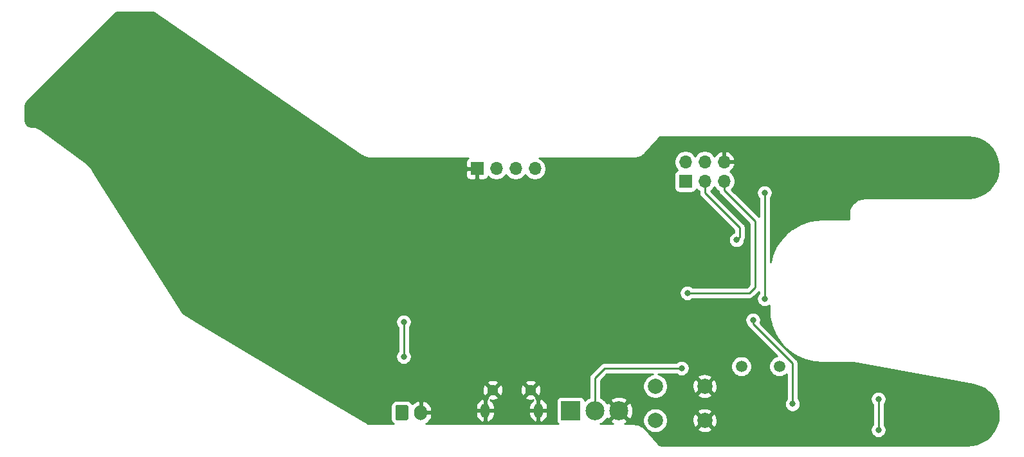
<source format=gbr>
G04 #@! TF.GenerationSoftware,KiCad,Pcbnew,(5.1.5)-3*
G04 #@! TF.CreationDate,2020-08-03T18:05:54+02:00*
G04 #@! TF.ProjectId,MK7 Gripper,4d4b3720-4772-4697-9070-65722e6b6963,rev?*
G04 #@! TF.SameCoordinates,Original*
G04 #@! TF.FileFunction,Copper,L2,Bot*
G04 #@! TF.FilePolarity,Positive*
%FSLAX46Y46*%
G04 Gerber Fmt 4.6, Leading zero omitted, Abs format (unit mm)*
G04 Created by KiCad (PCBNEW (5.1.5)-3) date 2020-08-03 18:05:54*
%MOMM*%
%LPD*%
G04 APERTURE LIST*
%ADD10C,2.000000*%
%ADD11C,1.500000*%
%ADD12C,2.499360*%
%ADD13R,2.499360X2.499360*%
%ADD14O,1.700000X1.700000*%
%ADD15R,1.700000X1.700000*%
%ADD16O,1.200000X1.900000*%
%ADD17C,1.450000*%
%ADD18O,1.700000X2.000000*%
%ADD19C,0.100000*%
%ADD20C,0.800000*%
%ADD21C,0.250000*%
%ADD22C,0.254000*%
G04 APERTURE END LIST*
D10*
X133327000Y-126365000D03*
X133327000Y-121865000D03*
X139827000Y-126365000D03*
X139827000Y-121865000D03*
D11*
X149653000Y-119253000D03*
X144653000Y-119253000D03*
D12*
X128524000Y-125095000D03*
X125349000Y-125095000D03*
D13*
X122174000Y-125095000D03*
D14*
X142367000Y-92329000D03*
X142367000Y-94869000D03*
X139827000Y-92329000D03*
X139827000Y-94869000D03*
X137287000Y-92329000D03*
D15*
X137287000Y-94869000D03*
D16*
X117927000Y-125062500D03*
X110927000Y-125062500D03*
D17*
X116927000Y-122362500D03*
X111927000Y-122362500D03*
D14*
X117475000Y-93218000D03*
X114935000Y-93218000D03*
X112395000Y-93218000D03*
D15*
X109855000Y-93218000D03*
D18*
X102449000Y-125349000D03*
G04 #@! TA.AperFunction,ComponentPad*
D19*
G36*
X100573504Y-124350204D02*
G01*
X100597773Y-124353804D01*
X100621571Y-124359765D01*
X100644671Y-124368030D01*
X100666849Y-124378520D01*
X100687893Y-124391133D01*
X100707598Y-124405747D01*
X100725777Y-124422223D01*
X100742253Y-124440402D01*
X100756867Y-124460107D01*
X100769480Y-124481151D01*
X100779970Y-124503329D01*
X100788235Y-124526429D01*
X100794196Y-124550227D01*
X100797796Y-124574496D01*
X100799000Y-124599000D01*
X100799000Y-126099000D01*
X100797796Y-126123504D01*
X100794196Y-126147773D01*
X100788235Y-126171571D01*
X100779970Y-126194671D01*
X100769480Y-126216849D01*
X100756867Y-126237893D01*
X100742253Y-126257598D01*
X100725777Y-126275777D01*
X100707598Y-126292253D01*
X100687893Y-126306867D01*
X100666849Y-126319480D01*
X100644671Y-126329970D01*
X100621571Y-126338235D01*
X100597773Y-126344196D01*
X100573504Y-126347796D01*
X100549000Y-126349000D01*
X99349000Y-126349000D01*
X99324496Y-126347796D01*
X99300227Y-126344196D01*
X99276429Y-126338235D01*
X99253329Y-126329970D01*
X99231151Y-126319480D01*
X99210107Y-126306867D01*
X99190402Y-126292253D01*
X99172223Y-126275777D01*
X99155747Y-126257598D01*
X99141133Y-126237893D01*
X99128520Y-126216849D01*
X99118030Y-126194671D01*
X99109765Y-126171571D01*
X99103804Y-126147773D01*
X99100204Y-126123504D01*
X99099000Y-126099000D01*
X99099000Y-124599000D01*
X99100204Y-124574496D01*
X99103804Y-124550227D01*
X99109765Y-124526429D01*
X99118030Y-124503329D01*
X99128520Y-124481151D01*
X99141133Y-124460107D01*
X99155747Y-124440402D01*
X99172223Y-124422223D01*
X99190402Y-124405747D01*
X99210107Y-124391133D01*
X99231151Y-124378520D01*
X99253329Y-124368030D01*
X99276429Y-124359765D01*
X99300227Y-124353804D01*
X99324496Y-124350204D01*
X99349000Y-124349000D01*
X100549000Y-124349000D01*
X100573504Y-124350204D01*
G37*
G04 #@! TD.AperFunction*
D20*
X94629000Y-113919000D03*
X141097000Y-118999000D03*
X138557000Y-100965000D03*
X139554000Y-106534000D03*
X145161000Y-91821000D03*
X115189000Y-111633000D03*
X90932000Y-106680000D03*
X144653000Y-126619000D03*
X148971000Y-126873000D03*
X106045000Y-105283000D03*
X162687000Y-127635000D03*
X162687000Y-123571000D03*
X100203000Y-117983000D03*
X100203000Y-113411000D03*
X137541000Y-109601000D03*
X144032000Y-102602000D03*
X136779000Y-119507000D03*
X147701000Y-96393000D03*
X147700993Y-110363007D03*
X151384000Y-124206000D03*
X146177000Y-113157000D03*
D21*
X162687000Y-127635000D02*
X162687000Y-127069315D01*
X162687000Y-127069315D02*
X162687000Y-123571000D01*
X162687000Y-123571000D02*
X162687000Y-123571000D01*
X100203000Y-117983000D02*
X100203000Y-117417315D01*
X100203000Y-117417315D02*
X100203000Y-113411000D01*
X100203000Y-113411000D02*
X100203000Y-113411000D01*
X142367000Y-96071081D02*
X146431000Y-100135081D01*
X142367000Y-94869000D02*
X142367000Y-96071081D01*
X146431000Y-100135081D02*
X146431000Y-108839000D01*
X146431000Y-108839000D02*
X145669000Y-109601000D01*
X145669000Y-109601000D02*
X137541000Y-109601000D01*
X137541000Y-109601000D02*
X137541000Y-109347000D01*
X137541000Y-109601000D02*
X137541000Y-109601000D01*
X139827000Y-96393000D02*
X139827000Y-94869000D01*
X144431999Y-100997999D02*
X139827000Y-96393000D01*
X144032000Y-102602000D02*
X144431999Y-102202001D01*
X144431999Y-102202001D02*
X144431999Y-100997999D01*
X136779000Y-119507000D02*
X136779000Y-119507000D01*
X126619000Y-119507000D02*
X136779000Y-119507000D01*
X125349000Y-125095000D02*
X125349000Y-120777000D01*
X125349000Y-120777000D02*
X126619000Y-119507000D01*
X147701000Y-96393000D02*
X147701000Y-96393000D01*
X147701000Y-96393000D02*
X147701000Y-110363000D01*
X147701000Y-110363000D02*
X147700993Y-110363007D01*
X146177000Y-113157000D02*
X146177000Y-113157000D01*
X146177000Y-113665000D02*
X146177000Y-113157000D01*
X151384000Y-124206000D02*
X151384000Y-118872000D01*
X151384000Y-118872000D02*
X146177000Y-113665000D01*
D22*
G36*
X67086606Y-72595508D02*
G01*
X67217469Y-72635018D01*
X67364862Y-72713388D01*
X94660805Y-91479350D01*
X94692871Y-91497039D01*
X94710044Y-91508798D01*
X94718596Y-91513422D01*
X94959844Y-91641696D01*
X95018234Y-91665763D01*
X95076188Y-91690602D01*
X95085475Y-91693477D01*
X95347046Y-91772450D01*
X95408945Y-91784706D01*
X95470673Y-91797827D01*
X95480341Y-91798843D01*
X95752269Y-91825506D01*
X95752277Y-91825506D01*
X95786016Y-91828829D01*
X108666659Y-91828829D01*
X108650506Y-91837463D01*
X108553815Y-91916815D01*
X108474463Y-92013506D01*
X108415498Y-92123820D01*
X108379188Y-92243518D01*
X108366928Y-92368000D01*
X108370000Y-92932250D01*
X108528750Y-93091000D01*
X109728000Y-93091000D01*
X109728000Y-93071000D01*
X109982000Y-93071000D01*
X109982000Y-93091000D01*
X110002000Y-93091000D01*
X110002000Y-93345000D01*
X109982000Y-93345000D01*
X109982000Y-94544250D01*
X110140750Y-94703000D01*
X110705000Y-94706072D01*
X110829482Y-94693812D01*
X110949180Y-94657502D01*
X111059494Y-94598537D01*
X111156185Y-94519185D01*
X111235537Y-94422494D01*
X111294502Y-94312180D01*
X111316513Y-94239620D01*
X111448368Y-94371475D01*
X111691589Y-94533990D01*
X111961842Y-94645932D01*
X112248740Y-94703000D01*
X112541260Y-94703000D01*
X112828158Y-94645932D01*
X113098411Y-94533990D01*
X113341632Y-94371475D01*
X113548475Y-94164632D01*
X113665000Y-93990240D01*
X113781525Y-94164632D01*
X113988368Y-94371475D01*
X114231589Y-94533990D01*
X114501842Y-94645932D01*
X114788740Y-94703000D01*
X115081260Y-94703000D01*
X115368158Y-94645932D01*
X115638411Y-94533990D01*
X115881632Y-94371475D01*
X116088475Y-94164632D01*
X116205000Y-93990240D01*
X116321525Y-94164632D01*
X116528368Y-94371475D01*
X116771589Y-94533990D01*
X117041842Y-94645932D01*
X117328740Y-94703000D01*
X117621260Y-94703000D01*
X117908158Y-94645932D01*
X118178411Y-94533990D01*
X118421632Y-94371475D01*
X118628475Y-94164632D01*
X118790990Y-93921411D01*
X118902932Y-93651158D01*
X118960000Y-93364260D01*
X118960000Y-93071740D01*
X118902932Y-92784842D01*
X118790990Y-92514589D01*
X118628475Y-92271368D01*
X118421632Y-92064525D01*
X118178411Y-91902010D01*
X118001736Y-91828829D01*
X130646592Y-91828829D01*
X130657795Y-91827726D01*
X130702625Y-91826278D01*
X130742701Y-91821038D01*
X130783069Y-91818993D01*
X130792673Y-91817489D01*
X130994904Y-91784372D01*
X131055908Y-91768140D01*
X131117088Y-91752773D01*
X131126212Y-91749434D01*
X131126219Y-91749432D01*
X131126225Y-91749429D01*
X131318164Y-91677666D01*
X131374833Y-91649904D01*
X131431887Y-91622935D01*
X131440194Y-91617884D01*
X131614545Y-91510202D01*
X131664748Y-91471957D01*
X131715467Y-91434427D01*
X131722635Y-91427860D01*
X131872750Y-91288364D01*
X131872761Y-91288352D01*
X131897600Y-91265290D01*
X133748098Y-89173684D01*
X133823263Y-89103836D01*
X133881448Y-89067900D01*
X133945505Y-89043950D01*
X134035631Y-89029191D01*
X134046837Y-89028829D01*
X174453467Y-89028829D01*
X175219032Y-89099175D01*
X175928112Y-89299156D01*
X176588873Y-89625008D01*
X177179185Y-90065816D01*
X177679285Y-90606820D01*
X178072416Y-91229898D01*
X178345419Y-91914187D01*
X178489150Y-92636771D01*
X178498794Y-93373438D01*
X178374027Y-94099542D01*
X178119029Y-94790740D01*
X177742342Y-95423895D01*
X177256573Y-95977808D01*
X176678003Y-96433915D01*
X176025998Y-96776951D01*
X175322401Y-96995424D01*
X174563468Y-97085250D01*
X174480857Y-97086331D01*
X160871190Y-97086331D01*
X160841135Y-97089291D01*
X160832508Y-97089231D01*
X160822833Y-97090179D01*
X160551098Y-97118740D01*
X160489256Y-97131435D01*
X160427297Y-97143254D01*
X160417990Y-97146063D01*
X160156978Y-97226860D01*
X160098789Y-97251320D01*
X160040296Y-97274953D01*
X160031717Y-97279515D01*
X160031712Y-97279517D01*
X160031709Y-97279519D01*
X159791364Y-97409472D01*
X159739038Y-97444767D01*
X159686243Y-97479314D01*
X159678710Y-97485458D01*
X159468181Y-97659623D01*
X159423708Y-97704408D01*
X159378630Y-97748551D01*
X159372433Y-97756042D01*
X159199742Y-97967782D01*
X159164800Y-98020374D01*
X159129168Y-98072413D01*
X159124544Y-98080964D01*
X158996270Y-98322213D01*
X158972214Y-98380577D01*
X158947364Y-98438556D01*
X158944489Y-98447843D01*
X158865516Y-98709414D01*
X158853257Y-98771327D01*
X158840139Y-98833042D01*
X158839123Y-98842709D01*
X158812460Y-99114637D01*
X158812460Y-99114646D01*
X158809137Y-99148385D01*
X158809138Y-99886331D01*
X155271190Y-99886331D01*
X155249408Y-99888476D01*
X154472069Y-99937382D01*
X154454005Y-99939985D01*
X154435762Y-99940622D01*
X154373407Y-99950722D01*
X153384255Y-100157367D01*
X153360929Y-100164232D01*
X153337060Y-100168958D01*
X153277147Y-100188889D01*
X153277121Y-100188897D01*
X153277111Y-100188902D01*
X152333733Y-100551031D01*
X152311802Y-100561539D01*
X152288998Y-100570019D01*
X152233030Y-100599279D01*
X152233019Y-100599284D01*
X152233018Y-100599285D01*
X151359664Y-101107590D01*
X151339699Y-101121466D01*
X151318541Y-101133485D01*
X151267974Y-101171315D01*
X151267960Y-101171325D01*
X151267954Y-101171330D01*
X150487108Y-101812724D01*
X150469613Y-101829619D01*
X150450654Y-101844862D01*
X150406788Y-101890287D01*
X150406774Y-101890301D01*
X150406769Y-101890308D01*
X149738514Y-102648293D01*
X149723946Y-102667767D01*
X149707667Y-102685846D01*
X149671617Y-102737716D01*
X149133142Y-103592800D01*
X149121873Y-103614355D01*
X149108696Y-103634802D01*
X149081402Y-103691769D01*
X148686566Y-104621945D01*
X148678888Y-104645026D01*
X148669150Y-104667315D01*
X148651326Y-104727878D01*
X148651315Y-104727912D01*
X148651313Y-104727927D01*
X148461000Y-105502743D01*
X148461000Y-97096711D01*
X148504937Y-97052774D01*
X148618205Y-96883256D01*
X148696226Y-96694898D01*
X148736000Y-96494939D01*
X148736000Y-96291061D01*
X148696226Y-96091102D01*
X148618205Y-95902744D01*
X148504937Y-95733226D01*
X148360774Y-95589063D01*
X148191256Y-95475795D01*
X148002898Y-95397774D01*
X147802939Y-95358000D01*
X147599061Y-95358000D01*
X147399102Y-95397774D01*
X147210744Y-95475795D01*
X147041226Y-95589063D01*
X146897063Y-95733226D01*
X146783795Y-95902744D01*
X146705774Y-96091102D01*
X146666000Y-96291061D01*
X146666000Y-96494939D01*
X146705774Y-96694898D01*
X146783795Y-96883256D01*
X146897063Y-97052774D01*
X146941000Y-97096711D01*
X146941000Y-99570279D01*
X143353414Y-95982693D01*
X143520475Y-95815632D01*
X143682990Y-95572411D01*
X143794932Y-95302158D01*
X143852000Y-95015260D01*
X143852000Y-94722740D01*
X143794932Y-94435842D01*
X143682990Y-94165589D01*
X143520475Y-93922368D01*
X143313632Y-93715525D01*
X143137594Y-93597900D01*
X143367269Y-93426588D01*
X143562178Y-93210355D01*
X143711157Y-92960252D01*
X143808481Y-92685891D01*
X143687814Y-92456000D01*
X142494000Y-92456000D01*
X142494000Y-92476000D01*
X142240000Y-92476000D01*
X142240000Y-92456000D01*
X142220000Y-92456000D01*
X142220000Y-92202000D01*
X142240000Y-92202000D01*
X142240000Y-91008845D01*
X142494000Y-91008845D01*
X142494000Y-92202000D01*
X143687814Y-92202000D01*
X143808481Y-91972109D01*
X143711157Y-91697748D01*
X143562178Y-91447645D01*
X143367269Y-91231412D01*
X143133920Y-91057359D01*
X142871099Y-90932175D01*
X142723890Y-90887524D01*
X142494000Y-91008845D01*
X142240000Y-91008845D01*
X142010110Y-90887524D01*
X141862901Y-90932175D01*
X141600080Y-91057359D01*
X141366731Y-91231412D01*
X141171822Y-91447645D01*
X141102195Y-91564534D01*
X140980475Y-91382368D01*
X140773632Y-91175525D01*
X140530411Y-91013010D01*
X140260158Y-90901068D01*
X139973260Y-90844000D01*
X139680740Y-90844000D01*
X139393842Y-90901068D01*
X139123589Y-91013010D01*
X138880368Y-91175525D01*
X138673525Y-91382368D01*
X138557000Y-91556760D01*
X138440475Y-91382368D01*
X138233632Y-91175525D01*
X137990411Y-91013010D01*
X137720158Y-90901068D01*
X137433260Y-90844000D01*
X137140740Y-90844000D01*
X136853842Y-90901068D01*
X136583589Y-91013010D01*
X136340368Y-91175525D01*
X136133525Y-91382368D01*
X135971010Y-91625589D01*
X135859068Y-91895842D01*
X135802000Y-92182740D01*
X135802000Y-92475260D01*
X135859068Y-92762158D01*
X135971010Y-93032411D01*
X136133525Y-93275632D01*
X136265380Y-93407487D01*
X136192820Y-93429498D01*
X136082506Y-93488463D01*
X135985815Y-93567815D01*
X135906463Y-93664506D01*
X135847498Y-93774820D01*
X135811188Y-93894518D01*
X135798928Y-94019000D01*
X135798928Y-95719000D01*
X135811188Y-95843482D01*
X135847498Y-95963180D01*
X135906463Y-96073494D01*
X135985815Y-96170185D01*
X136082506Y-96249537D01*
X136192820Y-96308502D01*
X136312518Y-96344812D01*
X136437000Y-96357072D01*
X138137000Y-96357072D01*
X138261482Y-96344812D01*
X138381180Y-96308502D01*
X138491494Y-96249537D01*
X138588185Y-96170185D01*
X138667537Y-96073494D01*
X138726502Y-95963180D01*
X138748513Y-95890620D01*
X138880368Y-96022475D01*
X139067000Y-96147179D01*
X139067000Y-96355677D01*
X139063324Y-96393000D01*
X139067000Y-96430322D01*
X139067000Y-96430332D01*
X139077997Y-96541985D01*
X139110389Y-96648769D01*
X139121454Y-96685246D01*
X139192026Y-96817276D01*
X139211464Y-96840961D01*
X139286999Y-96933001D01*
X139316003Y-96956804D01*
X143672000Y-101312802D01*
X143671999Y-101630841D01*
X143541744Y-101684795D01*
X143372226Y-101798063D01*
X143228063Y-101942226D01*
X143114795Y-102111744D01*
X143036774Y-102300102D01*
X142997000Y-102500061D01*
X142997000Y-102703939D01*
X143036774Y-102903898D01*
X143114795Y-103092256D01*
X143228063Y-103261774D01*
X143372226Y-103405937D01*
X143541744Y-103519205D01*
X143730102Y-103597226D01*
X143930061Y-103637000D01*
X144133939Y-103637000D01*
X144333898Y-103597226D01*
X144522256Y-103519205D01*
X144691774Y-103405937D01*
X144835937Y-103261774D01*
X144949205Y-103092256D01*
X145027226Y-102903898D01*
X145067000Y-102703939D01*
X145067000Y-102626226D01*
X145137545Y-102494248D01*
X145181002Y-102350987D01*
X145191999Y-102239334D01*
X145191999Y-102239324D01*
X145195675Y-102202002D01*
X145191999Y-102164679D01*
X145191999Y-101035321D01*
X145195675Y-100997998D01*
X145191999Y-100960675D01*
X145191999Y-100960666D01*
X145181002Y-100849013D01*
X145137545Y-100705752D01*
X145114704Y-100663020D01*
X145066973Y-100573722D01*
X144995798Y-100486996D01*
X144972000Y-100457998D01*
X144943002Y-100434200D01*
X140628350Y-96119549D01*
X140773632Y-96022475D01*
X140980475Y-95815632D01*
X141097000Y-95641240D01*
X141213525Y-95815632D01*
X141420368Y-96022475D01*
X141611088Y-96149910D01*
X141617998Y-96220067D01*
X141631180Y-96263523D01*
X141661454Y-96363327D01*
X141732026Y-96495357D01*
X141803201Y-96582083D01*
X141827000Y-96611082D01*
X141855998Y-96634880D01*
X145671000Y-100449883D01*
X145671001Y-108524197D01*
X145354199Y-108841000D01*
X138244711Y-108841000D01*
X138200774Y-108797063D01*
X138031256Y-108683795D01*
X137842898Y-108605774D01*
X137642939Y-108566000D01*
X137439061Y-108566000D01*
X137239102Y-108605774D01*
X137050744Y-108683795D01*
X136881226Y-108797063D01*
X136737063Y-108941226D01*
X136623795Y-109110744D01*
X136545774Y-109299102D01*
X136506000Y-109499061D01*
X136506000Y-109702939D01*
X136545774Y-109902898D01*
X136623795Y-110091256D01*
X136737063Y-110260774D01*
X136881226Y-110404937D01*
X137050744Y-110518205D01*
X137239102Y-110596226D01*
X137439061Y-110636000D01*
X137642939Y-110636000D01*
X137842898Y-110596226D01*
X138031256Y-110518205D01*
X138200774Y-110404937D01*
X138244711Y-110361000D01*
X145631678Y-110361000D01*
X145669000Y-110364676D01*
X145706322Y-110361000D01*
X145706333Y-110361000D01*
X145817986Y-110350003D01*
X145961247Y-110306546D01*
X146093276Y-110235974D01*
X146209001Y-110141001D01*
X146232803Y-110111998D01*
X146941001Y-109403801D01*
X146941001Y-109659288D01*
X146897056Y-109703233D01*
X146783788Y-109872751D01*
X146705767Y-110061109D01*
X146665993Y-110261068D01*
X146665993Y-110464946D01*
X146705767Y-110664905D01*
X146783788Y-110853263D01*
X146897056Y-111022781D01*
X147041219Y-111166944D01*
X147210737Y-111280212D01*
X147399095Y-111358233D01*
X147599054Y-111398007D01*
X147802932Y-111398007D01*
X148002891Y-111358233D01*
X148191249Y-111280212D01*
X148309138Y-111201441D01*
X148309138Y-111816776D01*
X148311281Y-111838529D01*
X148360188Y-112615896D01*
X148362791Y-112633960D01*
X148363428Y-112652204D01*
X148373528Y-112714559D01*
X148580173Y-113703712D01*
X148587038Y-113727039D01*
X148591764Y-113750906D01*
X148611693Y-113810810D01*
X148611703Y-113810845D01*
X148611710Y-113810860D01*
X148973836Y-114754233D01*
X148984347Y-114776172D01*
X148992825Y-114798968D01*
X149022079Y-114854924D01*
X149022090Y-114854947D01*
X149022096Y-114854956D01*
X149530395Y-115728302D01*
X149544275Y-115748272D01*
X149556291Y-115769425D01*
X149594131Y-115820005D01*
X150235530Y-116600858D01*
X150252425Y-116618353D01*
X150267668Y-116637312D01*
X150313107Y-116681192D01*
X151071099Y-117349452D01*
X151090573Y-117364020D01*
X151108652Y-117380299D01*
X151160522Y-117416349D01*
X152015607Y-117954824D01*
X152037158Y-117966091D01*
X152057608Y-117979270D01*
X152114575Y-118006564D01*
X153044751Y-118401400D01*
X153067833Y-118409078D01*
X153090121Y-118418816D01*
X153150684Y-118436640D01*
X153150718Y-118436651D01*
X153150733Y-118436653D01*
X154132057Y-118677689D01*
X154156058Y-118681577D01*
X154179626Y-118687628D01*
X154242273Y-118695541D01*
X154242297Y-118695545D01*
X154242308Y-118695545D01*
X155243372Y-118776089D01*
X155271190Y-118778829D01*
X159442675Y-118778829D01*
X175173874Y-121635872D01*
X175914564Y-121841891D01*
X176576494Y-122165360D01*
X177168393Y-122604040D01*
X177670434Y-123143237D01*
X178065810Y-123764898D01*
X178341276Y-124448198D01*
X178490216Y-125183128D01*
X178512477Y-125593727D01*
X178443791Y-126341226D01*
X178243811Y-127050305D01*
X177917960Y-127711065D01*
X177477152Y-128301377D01*
X176936148Y-128801477D01*
X176313072Y-129194609D01*
X175628780Y-129467613D01*
X174892699Y-129614029D01*
X174467150Y-129636331D01*
X134069659Y-129636331D01*
X133967548Y-129626319D01*
X133902076Y-129606552D01*
X133841695Y-129574447D01*
X133770919Y-129516723D01*
X133763209Y-129508557D01*
X131897600Y-127399870D01*
X131889354Y-127392214D01*
X131858558Y-127359591D01*
X131828075Y-127333045D01*
X131799801Y-127304173D01*
X131792311Y-127297976D01*
X131633506Y-127168458D01*
X131580924Y-127133523D01*
X131528878Y-127097886D01*
X131520326Y-127093262D01*
X131339389Y-126997056D01*
X131281060Y-126973015D01*
X131223045Y-126948149D01*
X131213759Y-126945274D01*
X131017581Y-126886045D01*
X130955684Y-126873789D01*
X130893952Y-126860667D01*
X130884288Y-126859651D01*
X130884284Y-126859651D01*
X130680338Y-126839654D01*
X130680331Y-126839654D01*
X130646592Y-126836331D01*
X129259602Y-126836331D01*
X129297151Y-126823789D01*
X129531896Y-126698315D01*
X129657771Y-126408377D01*
X128524000Y-125274605D01*
X127390229Y-126408377D01*
X127516104Y-126698315D01*
X127792560Y-126836331D01*
X126069962Y-126836331D01*
X126241731Y-126765182D01*
X126550413Y-126558926D01*
X126812926Y-126296413D01*
X126937386Y-126110147D01*
X127210623Y-126228771D01*
X128344395Y-125095000D01*
X128703605Y-125095000D01*
X129837377Y-126228771D01*
X129894510Y-126203967D01*
X131692000Y-126203967D01*
X131692000Y-126526033D01*
X131754832Y-126841912D01*
X131878082Y-127139463D01*
X132057013Y-127407252D01*
X132284748Y-127634987D01*
X132552537Y-127813918D01*
X132850088Y-127937168D01*
X133165967Y-128000000D01*
X133488033Y-128000000D01*
X133803912Y-127937168D01*
X134101463Y-127813918D01*
X134369252Y-127634987D01*
X134503826Y-127500413D01*
X138871192Y-127500413D01*
X138966956Y-127764814D01*
X139256571Y-127905704D01*
X139568108Y-127987384D01*
X139889595Y-128006718D01*
X140208675Y-127962961D01*
X140513088Y-127857795D01*
X140687044Y-127764814D01*
X140782808Y-127500413D01*
X139827000Y-126544605D01*
X138871192Y-127500413D01*
X134503826Y-127500413D01*
X134596987Y-127407252D01*
X134775918Y-127139463D01*
X134899168Y-126841912D01*
X134962000Y-126526033D01*
X134962000Y-126427595D01*
X138185282Y-126427595D01*
X138229039Y-126746675D01*
X138334205Y-127051088D01*
X138427186Y-127225044D01*
X138691587Y-127320808D01*
X139647395Y-126365000D01*
X140006605Y-126365000D01*
X140962413Y-127320808D01*
X141226814Y-127225044D01*
X141367704Y-126935429D01*
X141449384Y-126623892D01*
X141468718Y-126302405D01*
X141424961Y-125983325D01*
X141319795Y-125678912D01*
X141226814Y-125504956D01*
X140962413Y-125409192D01*
X140006605Y-126365000D01*
X139647395Y-126365000D01*
X138691587Y-125409192D01*
X138427186Y-125504956D01*
X138286296Y-125794571D01*
X138204616Y-126106108D01*
X138185282Y-126427595D01*
X134962000Y-126427595D01*
X134962000Y-126203967D01*
X134899168Y-125888088D01*
X134775918Y-125590537D01*
X134596987Y-125322748D01*
X134503826Y-125229587D01*
X138871192Y-125229587D01*
X139827000Y-126185395D01*
X140782808Y-125229587D01*
X140687044Y-124965186D01*
X140397429Y-124824296D01*
X140085892Y-124742616D01*
X139764405Y-124723282D01*
X139445325Y-124767039D01*
X139140912Y-124872205D01*
X138966956Y-124965186D01*
X138871192Y-125229587D01*
X134503826Y-125229587D01*
X134369252Y-125095013D01*
X134101463Y-124916082D01*
X133803912Y-124792832D01*
X133488033Y-124730000D01*
X133165967Y-124730000D01*
X132850088Y-124792832D01*
X132552537Y-124916082D01*
X132284748Y-125095013D01*
X132057013Y-125322748D01*
X131878082Y-125590537D01*
X131754832Y-125888088D01*
X131692000Y-126203967D01*
X129894510Y-126203967D01*
X130127315Y-126102896D01*
X130293139Y-125770738D01*
X130390975Y-125412613D01*
X130417065Y-125042281D01*
X130370405Y-124673975D01*
X130252789Y-124321849D01*
X130127315Y-124087104D01*
X129837377Y-123961229D01*
X128703605Y-125095000D01*
X128344395Y-125095000D01*
X127210623Y-123961229D01*
X126937386Y-124079853D01*
X126812926Y-123893587D01*
X126700962Y-123781623D01*
X127390229Y-123781623D01*
X128524000Y-124915395D01*
X129657771Y-123781623D01*
X129531896Y-123491685D01*
X129199738Y-123325861D01*
X128841613Y-123228025D01*
X128471281Y-123201935D01*
X128102975Y-123248595D01*
X127750849Y-123366211D01*
X127516104Y-123491685D01*
X127390229Y-123781623D01*
X126700962Y-123781623D01*
X126550413Y-123631074D01*
X126241731Y-123424818D01*
X126109000Y-123369839D01*
X126109000Y-121091801D01*
X126933802Y-120267000D01*
X132979955Y-120267000D01*
X132850088Y-120292832D01*
X132552537Y-120416082D01*
X132284748Y-120595013D01*
X132057013Y-120822748D01*
X131878082Y-121090537D01*
X131754832Y-121388088D01*
X131692000Y-121703967D01*
X131692000Y-122026033D01*
X131754832Y-122341912D01*
X131878082Y-122639463D01*
X132057013Y-122907252D01*
X132284748Y-123134987D01*
X132552537Y-123313918D01*
X132850088Y-123437168D01*
X133165967Y-123500000D01*
X133488033Y-123500000D01*
X133803912Y-123437168D01*
X134101463Y-123313918D01*
X134369252Y-123134987D01*
X134503826Y-123000413D01*
X138871192Y-123000413D01*
X138966956Y-123264814D01*
X139256571Y-123405704D01*
X139568108Y-123487384D01*
X139889595Y-123506718D01*
X140208675Y-123462961D01*
X140513088Y-123357795D01*
X140687044Y-123264814D01*
X140782808Y-123000413D01*
X139827000Y-122044605D01*
X138871192Y-123000413D01*
X134503826Y-123000413D01*
X134596987Y-122907252D01*
X134775918Y-122639463D01*
X134899168Y-122341912D01*
X134962000Y-122026033D01*
X134962000Y-121927595D01*
X138185282Y-121927595D01*
X138229039Y-122246675D01*
X138334205Y-122551088D01*
X138427186Y-122725044D01*
X138691587Y-122820808D01*
X139647395Y-121865000D01*
X140006605Y-121865000D01*
X140962413Y-122820808D01*
X141226814Y-122725044D01*
X141367704Y-122435429D01*
X141449384Y-122123892D01*
X141468718Y-121802405D01*
X141424961Y-121483325D01*
X141319795Y-121178912D01*
X141226814Y-121004956D01*
X140962413Y-120909192D01*
X140006605Y-121865000D01*
X139647395Y-121865000D01*
X138691587Y-120909192D01*
X138427186Y-121004956D01*
X138286296Y-121294571D01*
X138204616Y-121606108D01*
X138185282Y-121927595D01*
X134962000Y-121927595D01*
X134962000Y-121703967D01*
X134899168Y-121388088D01*
X134775918Y-121090537D01*
X134596987Y-120822748D01*
X134503826Y-120729587D01*
X138871192Y-120729587D01*
X139827000Y-121685395D01*
X140782808Y-120729587D01*
X140687044Y-120465186D01*
X140397429Y-120324296D01*
X140085892Y-120242616D01*
X139764405Y-120223282D01*
X139445325Y-120267039D01*
X139140912Y-120372205D01*
X138966956Y-120465186D01*
X138871192Y-120729587D01*
X134503826Y-120729587D01*
X134369252Y-120595013D01*
X134101463Y-120416082D01*
X133803912Y-120292832D01*
X133674045Y-120267000D01*
X136075289Y-120267000D01*
X136119226Y-120310937D01*
X136288744Y-120424205D01*
X136477102Y-120502226D01*
X136677061Y-120542000D01*
X136880939Y-120542000D01*
X137080898Y-120502226D01*
X137269256Y-120424205D01*
X137438774Y-120310937D01*
X137582937Y-120166774D01*
X137696205Y-119997256D01*
X137774226Y-119808898D01*
X137814000Y-119608939D01*
X137814000Y-119405061D01*
X137774226Y-119205102D01*
X137737563Y-119116589D01*
X143268000Y-119116589D01*
X143268000Y-119389411D01*
X143321225Y-119656989D01*
X143425629Y-119909043D01*
X143577201Y-120135886D01*
X143770114Y-120328799D01*
X143996957Y-120480371D01*
X144249011Y-120584775D01*
X144516589Y-120638000D01*
X144789411Y-120638000D01*
X145056989Y-120584775D01*
X145309043Y-120480371D01*
X145535886Y-120328799D01*
X145728799Y-120135886D01*
X145880371Y-119909043D01*
X145984775Y-119656989D01*
X146038000Y-119389411D01*
X146038000Y-119116589D01*
X145984775Y-118849011D01*
X145880371Y-118596957D01*
X145728799Y-118370114D01*
X145535886Y-118177201D01*
X145309043Y-118025629D01*
X145056989Y-117921225D01*
X144789411Y-117868000D01*
X144516589Y-117868000D01*
X144249011Y-117921225D01*
X143996957Y-118025629D01*
X143770114Y-118177201D01*
X143577201Y-118370114D01*
X143425629Y-118596957D01*
X143321225Y-118849011D01*
X143268000Y-119116589D01*
X137737563Y-119116589D01*
X137696205Y-119016744D01*
X137582937Y-118847226D01*
X137438774Y-118703063D01*
X137269256Y-118589795D01*
X137080898Y-118511774D01*
X136880939Y-118472000D01*
X136677061Y-118472000D01*
X136477102Y-118511774D01*
X136288744Y-118589795D01*
X136119226Y-118703063D01*
X136075289Y-118747000D01*
X126656322Y-118747000D01*
X126618999Y-118743324D01*
X126581676Y-118747000D01*
X126581667Y-118747000D01*
X126470014Y-118757997D01*
X126326753Y-118801454D01*
X126194724Y-118872026D01*
X126078999Y-118966999D01*
X126055201Y-118995997D01*
X124837998Y-120213201D01*
X124809000Y-120236999D01*
X124785202Y-120265997D01*
X124785201Y-120265998D01*
X124714026Y-120352724D01*
X124643454Y-120484754D01*
X124621177Y-120558194D01*
X124599998Y-120628014D01*
X124598825Y-120639925D01*
X124585324Y-120777000D01*
X124589001Y-120814332D01*
X124589000Y-123369839D01*
X124456269Y-123424818D01*
X124147587Y-123631074D01*
X124050239Y-123728422D01*
X124049492Y-123720838D01*
X124013182Y-123601140D01*
X123954217Y-123490826D01*
X123874865Y-123394135D01*
X123778174Y-123314783D01*
X123667860Y-123255818D01*
X123548162Y-123219508D01*
X123423680Y-123207248D01*
X120924320Y-123207248D01*
X120799838Y-123219508D01*
X120680140Y-123255818D01*
X120569826Y-123314783D01*
X120473135Y-123394135D01*
X120393783Y-123490826D01*
X120334818Y-123601140D01*
X120298508Y-123720838D01*
X120286248Y-123845320D01*
X120286248Y-126344680D01*
X120298508Y-126469162D01*
X120334818Y-126588860D01*
X120393783Y-126699174D01*
X120473135Y-126795865D01*
X120522443Y-126836331D01*
X103096165Y-126836331D01*
X103341046Y-126687664D01*
X103555802Y-126490795D01*
X103728025Y-126255812D01*
X103851096Y-125991745D01*
X103920285Y-125708742D01*
X103776232Y-125476000D01*
X102576000Y-125476000D01*
X102576000Y-125496000D01*
X102322000Y-125496000D01*
X102322000Y-125476000D01*
X102302000Y-125476000D01*
X102302000Y-125222000D01*
X102322000Y-125222000D01*
X102322000Y-123878845D01*
X102576000Y-123878845D01*
X102576000Y-125222000D01*
X103776232Y-125222000D01*
X103796347Y-125189500D01*
X109692000Y-125189500D01*
X109692000Y-125539500D01*
X109740507Y-125777996D01*
X109834610Y-126002446D01*
X109970693Y-126204225D01*
X110143526Y-126375578D01*
X110346467Y-126509921D01*
X110571718Y-126602091D01*
X110609391Y-126605962D01*
X110800000Y-126481231D01*
X110800000Y-125189500D01*
X111054000Y-125189500D01*
X111054000Y-126481231D01*
X111244609Y-126605962D01*
X111282282Y-126602091D01*
X111507533Y-126509921D01*
X111710474Y-126375578D01*
X111883307Y-126204225D01*
X112019390Y-126002446D01*
X112113493Y-125777996D01*
X112162000Y-125539500D01*
X112162000Y-125189500D01*
X116692000Y-125189500D01*
X116692000Y-125539500D01*
X116740507Y-125777996D01*
X116834610Y-126002446D01*
X116970693Y-126204225D01*
X117143526Y-126375578D01*
X117346467Y-126509921D01*
X117571718Y-126602091D01*
X117609391Y-126605962D01*
X117800000Y-126481231D01*
X117800000Y-125189500D01*
X118054000Y-125189500D01*
X118054000Y-126481231D01*
X118244609Y-126605962D01*
X118282282Y-126602091D01*
X118507533Y-126509921D01*
X118710474Y-126375578D01*
X118883307Y-126204225D01*
X119019390Y-126002446D01*
X119113493Y-125777996D01*
X119162000Y-125539500D01*
X119162000Y-125189500D01*
X118054000Y-125189500D01*
X117800000Y-125189500D01*
X116692000Y-125189500D01*
X112162000Y-125189500D01*
X111054000Y-125189500D01*
X110800000Y-125189500D01*
X109692000Y-125189500D01*
X103796347Y-125189500D01*
X103920285Y-124989258D01*
X103851096Y-124706255D01*
X103794817Y-124585500D01*
X109692000Y-124585500D01*
X109692000Y-124935500D01*
X110800000Y-124935500D01*
X110800000Y-123643769D01*
X111054000Y-123643769D01*
X111054000Y-124935500D01*
X112162000Y-124935500D01*
X112162000Y-124585500D01*
X112113493Y-124347004D01*
X112019390Y-124122554D01*
X111883307Y-123920775D01*
X111710474Y-123749422D01*
X111615164Y-123686329D01*
X111732849Y-123715219D01*
X112000482Y-123727104D01*
X112265291Y-123686548D01*
X112517100Y-123595109D01*
X112624035Y-123537950D01*
X112686528Y-123301633D01*
X116167472Y-123301633D01*
X116229965Y-123537950D01*
X116472678Y-123651350D01*
X116732849Y-123715219D01*
X117000482Y-123727104D01*
X117230442Y-123691885D01*
X117143526Y-123749422D01*
X116970693Y-123920775D01*
X116834610Y-124122554D01*
X116740507Y-124347004D01*
X116692000Y-124585500D01*
X116692000Y-124935500D01*
X117800000Y-124935500D01*
X117800000Y-123643769D01*
X118054000Y-123643769D01*
X118054000Y-124935500D01*
X119162000Y-124935500D01*
X119162000Y-124585500D01*
X119113493Y-124347004D01*
X119019390Y-124122554D01*
X118883307Y-123920775D01*
X118710474Y-123749422D01*
X118507533Y-123615079D01*
X118282282Y-123522909D01*
X118244609Y-123519038D01*
X118054000Y-123643769D01*
X117800000Y-123643769D01*
X117626138Y-123529997D01*
X117686528Y-123301633D01*
X116927000Y-122542105D01*
X116167472Y-123301633D01*
X112686528Y-123301633D01*
X111927000Y-122542105D01*
X111167472Y-123301633D01*
X111227862Y-123529997D01*
X111054000Y-123643769D01*
X110800000Y-123643769D01*
X110609391Y-123519038D01*
X110571718Y-123522909D01*
X110346467Y-123615079D01*
X110143526Y-123749422D01*
X109970693Y-123920775D01*
X109834610Y-124122554D01*
X109740507Y-124347004D01*
X109692000Y-124585500D01*
X103794817Y-124585500D01*
X103728025Y-124442188D01*
X103555802Y-124207205D01*
X103341046Y-124010336D01*
X103092009Y-123859146D01*
X102818261Y-123759446D01*
X102805890Y-123757524D01*
X102576000Y-123878845D01*
X102322000Y-123878845D01*
X102092110Y-123757524D01*
X102079739Y-123759446D01*
X101805991Y-123859146D01*
X101556954Y-124010336D01*
X101342198Y-124207205D01*
X101341914Y-124207593D01*
X101287405Y-124105614D01*
X101176962Y-123971038D01*
X101042386Y-123860595D01*
X100888850Y-123778528D01*
X100722254Y-123727992D01*
X100549000Y-123710928D01*
X99349000Y-123710928D01*
X99175746Y-123727992D01*
X99009150Y-123778528D01*
X98855614Y-123860595D01*
X98721038Y-123971038D01*
X98610595Y-124105614D01*
X98528528Y-124259150D01*
X98477992Y-124425746D01*
X98460928Y-124599000D01*
X98460928Y-126099000D01*
X98477992Y-126272254D01*
X98528528Y-126438850D01*
X98610595Y-126592386D01*
X98721038Y-126726962D01*
X98854305Y-126836331D01*
X95805763Y-126836331D01*
X95635664Y-126819653D01*
X95496749Y-126777711D01*
X95388741Y-126723562D01*
X88211435Y-122435982D01*
X110562396Y-122435982D01*
X110602952Y-122700791D01*
X110694391Y-122952600D01*
X110751550Y-123059535D01*
X110987867Y-123122028D01*
X111747395Y-122362500D01*
X112106605Y-122362500D01*
X112866133Y-123122028D01*
X113102450Y-123059535D01*
X113215850Y-122816822D01*
X113279719Y-122556651D01*
X113285077Y-122435982D01*
X115562396Y-122435982D01*
X115602952Y-122700791D01*
X115694391Y-122952600D01*
X115751550Y-123059535D01*
X115987867Y-123122028D01*
X116747395Y-122362500D01*
X117106605Y-122362500D01*
X117866133Y-123122028D01*
X118102450Y-123059535D01*
X118215850Y-122816822D01*
X118279719Y-122556651D01*
X118291604Y-122289018D01*
X118251048Y-122024209D01*
X118159609Y-121772400D01*
X118102450Y-121665465D01*
X117866133Y-121602972D01*
X117106605Y-122362500D01*
X116747395Y-122362500D01*
X115987867Y-121602972D01*
X115751550Y-121665465D01*
X115638150Y-121908178D01*
X115574281Y-122168349D01*
X115562396Y-122435982D01*
X113285077Y-122435982D01*
X113291604Y-122289018D01*
X113251048Y-122024209D01*
X113159609Y-121772400D01*
X113102450Y-121665465D01*
X112866133Y-121602972D01*
X112106605Y-122362500D01*
X111747395Y-122362500D01*
X110987867Y-121602972D01*
X110751550Y-121665465D01*
X110638150Y-121908178D01*
X110574281Y-122168349D01*
X110562396Y-122435982D01*
X88211435Y-122435982D01*
X86516342Y-121423367D01*
X111167472Y-121423367D01*
X111927000Y-122182895D01*
X112686528Y-121423367D01*
X116167472Y-121423367D01*
X116927000Y-122182895D01*
X117686528Y-121423367D01*
X117624035Y-121187050D01*
X117381322Y-121073650D01*
X117121151Y-121009781D01*
X116853518Y-120997896D01*
X116588709Y-121038452D01*
X116336900Y-121129891D01*
X116229965Y-121187050D01*
X116167472Y-121423367D01*
X112686528Y-121423367D01*
X112624035Y-121187050D01*
X112381322Y-121073650D01*
X112121151Y-121009781D01*
X111853518Y-120997896D01*
X111588709Y-121038452D01*
X111336900Y-121129891D01*
X111229965Y-121187050D01*
X111167472Y-121423367D01*
X86516342Y-121423367D01*
X72933187Y-113309061D01*
X99168000Y-113309061D01*
X99168000Y-113512939D01*
X99207774Y-113712898D01*
X99285795Y-113901256D01*
X99399063Y-114070774D01*
X99443001Y-114114712D01*
X99443000Y-117279289D01*
X99399063Y-117323226D01*
X99285795Y-117492744D01*
X99207774Y-117681102D01*
X99168000Y-117881061D01*
X99168000Y-118084939D01*
X99207774Y-118284898D01*
X99285795Y-118473256D01*
X99399063Y-118642774D01*
X99543226Y-118786937D01*
X99712744Y-118900205D01*
X99901102Y-118978226D01*
X100101061Y-119018000D01*
X100304939Y-119018000D01*
X100504898Y-118978226D01*
X100693256Y-118900205D01*
X100862774Y-118786937D01*
X101006937Y-118642774D01*
X101120205Y-118473256D01*
X101198226Y-118284898D01*
X101238000Y-118084939D01*
X101238000Y-117881061D01*
X101198226Y-117681102D01*
X101120205Y-117492744D01*
X101006937Y-117323226D01*
X100963000Y-117279289D01*
X100963000Y-114114711D01*
X101006937Y-114070774D01*
X101120205Y-113901256D01*
X101198226Y-113712898D01*
X101238000Y-113512939D01*
X101238000Y-113309061D01*
X101198226Y-113109102D01*
X101175842Y-113055061D01*
X145142000Y-113055061D01*
X145142000Y-113258939D01*
X145181774Y-113458898D01*
X145259795Y-113647256D01*
X145373063Y-113816774D01*
X145453131Y-113896842D01*
X145458809Y-113915559D01*
X145471454Y-113957246D01*
X145542026Y-114089276D01*
X145581871Y-114137826D01*
X145636999Y-114205001D01*
X145666003Y-114228804D01*
X149340271Y-117903072D01*
X149249011Y-117921225D01*
X148996957Y-118025629D01*
X148770114Y-118177201D01*
X148577201Y-118370114D01*
X148425629Y-118596957D01*
X148321225Y-118849011D01*
X148268000Y-119116589D01*
X148268000Y-119389411D01*
X148321225Y-119656989D01*
X148425629Y-119909043D01*
X148577201Y-120135886D01*
X148770114Y-120328799D01*
X148996957Y-120480371D01*
X149249011Y-120584775D01*
X149516589Y-120638000D01*
X149789411Y-120638000D01*
X150056989Y-120584775D01*
X150309043Y-120480371D01*
X150535886Y-120328799D01*
X150624001Y-120240684D01*
X150624000Y-123502289D01*
X150580063Y-123546226D01*
X150466795Y-123715744D01*
X150388774Y-123904102D01*
X150349000Y-124104061D01*
X150349000Y-124307939D01*
X150388774Y-124507898D01*
X150466795Y-124696256D01*
X150580063Y-124865774D01*
X150724226Y-125009937D01*
X150893744Y-125123205D01*
X151082102Y-125201226D01*
X151282061Y-125241000D01*
X151485939Y-125241000D01*
X151685898Y-125201226D01*
X151874256Y-125123205D01*
X152043774Y-125009937D01*
X152187937Y-124865774D01*
X152301205Y-124696256D01*
X152379226Y-124507898D01*
X152419000Y-124307939D01*
X152419000Y-124104061D01*
X152379226Y-123904102D01*
X152301205Y-123715744D01*
X152187937Y-123546226D01*
X152144000Y-123502289D01*
X152144000Y-123469061D01*
X161652000Y-123469061D01*
X161652000Y-123672939D01*
X161691774Y-123872898D01*
X161769795Y-124061256D01*
X161883063Y-124230774D01*
X161927001Y-124274712D01*
X161927000Y-126931289D01*
X161883063Y-126975226D01*
X161769795Y-127144744D01*
X161691774Y-127333102D01*
X161652000Y-127533061D01*
X161652000Y-127736939D01*
X161691774Y-127936898D01*
X161769795Y-128125256D01*
X161883063Y-128294774D01*
X162027226Y-128438937D01*
X162196744Y-128552205D01*
X162385102Y-128630226D01*
X162585061Y-128670000D01*
X162788939Y-128670000D01*
X162988898Y-128630226D01*
X163177256Y-128552205D01*
X163346774Y-128438937D01*
X163490937Y-128294774D01*
X163604205Y-128125256D01*
X163682226Y-127936898D01*
X163722000Y-127736939D01*
X163722000Y-127533061D01*
X163682226Y-127333102D01*
X163604205Y-127144744D01*
X163490937Y-126975226D01*
X163447000Y-126931289D01*
X163447000Y-124274711D01*
X163490937Y-124230774D01*
X163604205Y-124061256D01*
X163682226Y-123872898D01*
X163722000Y-123672939D01*
X163722000Y-123469061D01*
X163682226Y-123269102D01*
X163604205Y-123080744D01*
X163490937Y-122911226D01*
X163346774Y-122767063D01*
X163177256Y-122653795D01*
X162988898Y-122575774D01*
X162788939Y-122536000D01*
X162585061Y-122536000D01*
X162385102Y-122575774D01*
X162196744Y-122653795D01*
X162027226Y-122767063D01*
X161883063Y-122911226D01*
X161769795Y-123080744D01*
X161691774Y-123269102D01*
X161652000Y-123469061D01*
X152144000Y-123469061D01*
X152144000Y-118909322D01*
X152147676Y-118871999D01*
X152144000Y-118834677D01*
X152144000Y-118834667D01*
X152133003Y-118723014D01*
X152089546Y-118579753D01*
X152053210Y-118511774D01*
X152018974Y-118447723D01*
X151947799Y-118360997D01*
X151924001Y-118331999D01*
X151895003Y-118308201D01*
X147135167Y-113548366D01*
X147172226Y-113458898D01*
X147212000Y-113258939D01*
X147212000Y-113055061D01*
X147172226Y-112855102D01*
X147094205Y-112666744D01*
X146980937Y-112497226D01*
X146836774Y-112353063D01*
X146667256Y-112239795D01*
X146478898Y-112161774D01*
X146278939Y-112122000D01*
X146075061Y-112122000D01*
X145875102Y-112161774D01*
X145686744Y-112239795D01*
X145517226Y-112353063D01*
X145373063Y-112497226D01*
X145259795Y-112666744D01*
X145181774Y-112855102D01*
X145142000Y-113055061D01*
X101175842Y-113055061D01*
X101120205Y-112920744D01*
X101006937Y-112751226D01*
X100862774Y-112607063D01*
X100693256Y-112493795D01*
X100504898Y-112415774D01*
X100304939Y-112376000D01*
X100101061Y-112376000D01*
X99901102Y-112415774D01*
X99712744Y-112493795D01*
X99543226Y-112607063D01*
X99399063Y-112751226D01*
X99285795Y-112920744D01*
X99207774Y-113109102D01*
X99168000Y-113309061D01*
X72933187Y-113309061D01*
X71302088Y-112334675D01*
X71164612Y-112233123D01*
X71058576Y-112116782D01*
X71031855Y-112077951D01*
X59637803Y-94068000D01*
X108366928Y-94068000D01*
X108379188Y-94192482D01*
X108415498Y-94312180D01*
X108474463Y-94422494D01*
X108553815Y-94519185D01*
X108650506Y-94598537D01*
X108760820Y-94657502D01*
X108880518Y-94693812D01*
X109005000Y-94706072D01*
X109569250Y-94703000D01*
X109728000Y-94544250D01*
X109728000Y-93345000D01*
X108528750Y-93345000D01*
X108370000Y-93503750D01*
X108366928Y-94068000D01*
X59637803Y-94068000D01*
X58996215Y-93053878D01*
X58977435Y-93029793D01*
X58829932Y-92836640D01*
X58789190Y-92792900D01*
X58749504Y-92748225D01*
X58742323Y-92741672D01*
X58539223Y-92558900D01*
X58539218Y-92558896D01*
X58514025Y-92536205D01*
X52391264Y-88024698D01*
X52383985Y-88020366D01*
X52349323Y-87996102D01*
X52316524Y-87977626D01*
X52285471Y-87956364D01*
X52276920Y-87951740D01*
X52035669Y-87823465D01*
X51977337Y-87799422D01*
X51919323Y-87774557D01*
X51910036Y-87771683D01*
X51648467Y-87692711D01*
X51586575Y-87680456D01*
X51524840Y-87667334D01*
X51515173Y-87666318D01*
X51243710Y-87639701D01*
X51209498Y-87636331D01*
X51144439Y-87636331D01*
X50974343Y-87619653D01*
X50843478Y-87580142D01*
X50722783Y-87515968D01*
X50616852Y-87429572D01*
X50529717Y-87324244D01*
X50464704Y-87204004D01*
X50424280Y-87073416D01*
X50406635Y-86905539D01*
X50406635Y-84921542D01*
X50423314Y-84751434D01*
X50462824Y-84620571D01*
X50526997Y-84499878D01*
X50634309Y-84368302D01*
X62193577Y-72809034D01*
X62325652Y-72700547D01*
X62446121Y-72635952D01*
X62576840Y-72595988D01*
X62745761Y-72578829D01*
X66916498Y-72578829D01*
X67086606Y-72595508D01*
G37*
X67086606Y-72595508D02*
X67217469Y-72635018D01*
X67364862Y-72713388D01*
X94660805Y-91479350D01*
X94692871Y-91497039D01*
X94710044Y-91508798D01*
X94718596Y-91513422D01*
X94959844Y-91641696D01*
X95018234Y-91665763D01*
X95076188Y-91690602D01*
X95085475Y-91693477D01*
X95347046Y-91772450D01*
X95408945Y-91784706D01*
X95470673Y-91797827D01*
X95480341Y-91798843D01*
X95752269Y-91825506D01*
X95752277Y-91825506D01*
X95786016Y-91828829D01*
X108666659Y-91828829D01*
X108650506Y-91837463D01*
X108553815Y-91916815D01*
X108474463Y-92013506D01*
X108415498Y-92123820D01*
X108379188Y-92243518D01*
X108366928Y-92368000D01*
X108370000Y-92932250D01*
X108528750Y-93091000D01*
X109728000Y-93091000D01*
X109728000Y-93071000D01*
X109982000Y-93071000D01*
X109982000Y-93091000D01*
X110002000Y-93091000D01*
X110002000Y-93345000D01*
X109982000Y-93345000D01*
X109982000Y-94544250D01*
X110140750Y-94703000D01*
X110705000Y-94706072D01*
X110829482Y-94693812D01*
X110949180Y-94657502D01*
X111059494Y-94598537D01*
X111156185Y-94519185D01*
X111235537Y-94422494D01*
X111294502Y-94312180D01*
X111316513Y-94239620D01*
X111448368Y-94371475D01*
X111691589Y-94533990D01*
X111961842Y-94645932D01*
X112248740Y-94703000D01*
X112541260Y-94703000D01*
X112828158Y-94645932D01*
X113098411Y-94533990D01*
X113341632Y-94371475D01*
X113548475Y-94164632D01*
X113665000Y-93990240D01*
X113781525Y-94164632D01*
X113988368Y-94371475D01*
X114231589Y-94533990D01*
X114501842Y-94645932D01*
X114788740Y-94703000D01*
X115081260Y-94703000D01*
X115368158Y-94645932D01*
X115638411Y-94533990D01*
X115881632Y-94371475D01*
X116088475Y-94164632D01*
X116205000Y-93990240D01*
X116321525Y-94164632D01*
X116528368Y-94371475D01*
X116771589Y-94533990D01*
X117041842Y-94645932D01*
X117328740Y-94703000D01*
X117621260Y-94703000D01*
X117908158Y-94645932D01*
X118178411Y-94533990D01*
X118421632Y-94371475D01*
X118628475Y-94164632D01*
X118790990Y-93921411D01*
X118902932Y-93651158D01*
X118960000Y-93364260D01*
X118960000Y-93071740D01*
X118902932Y-92784842D01*
X118790990Y-92514589D01*
X118628475Y-92271368D01*
X118421632Y-92064525D01*
X118178411Y-91902010D01*
X118001736Y-91828829D01*
X130646592Y-91828829D01*
X130657795Y-91827726D01*
X130702625Y-91826278D01*
X130742701Y-91821038D01*
X130783069Y-91818993D01*
X130792673Y-91817489D01*
X130994904Y-91784372D01*
X131055908Y-91768140D01*
X131117088Y-91752773D01*
X131126212Y-91749434D01*
X131126219Y-91749432D01*
X131126225Y-91749429D01*
X131318164Y-91677666D01*
X131374833Y-91649904D01*
X131431887Y-91622935D01*
X131440194Y-91617884D01*
X131614545Y-91510202D01*
X131664748Y-91471957D01*
X131715467Y-91434427D01*
X131722635Y-91427860D01*
X131872750Y-91288364D01*
X131872761Y-91288352D01*
X131897600Y-91265290D01*
X133748098Y-89173684D01*
X133823263Y-89103836D01*
X133881448Y-89067900D01*
X133945505Y-89043950D01*
X134035631Y-89029191D01*
X134046837Y-89028829D01*
X174453467Y-89028829D01*
X175219032Y-89099175D01*
X175928112Y-89299156D01*
X176588873Y-89625008D01*
X177179185Y-90065816D01*
X177679285Y-90606820D01*
X178072416Y-91229898D01*
X178345419Y-91914187D01*
X178489150Y-92636771D01*
X178498794Y-93373438D01*
X178374027Y-94099542D01*
X178119029Y-94790740D01*
X177742342Y-95423895D01*
X177256573Y-95977808D01*
X176678003Y-96433915D01*
X176025998Y-96776951D01*
X175322401Y-96995424D01*
X174563468Y-97085250D01*
X174480857Y-97086331D01*
X160871190Y-97086331D01*
X160841135Y-97089291D01*
X160832508Y-97089231D01*
X160822833Y-97090179D01*
X160551098Y-97118740D01*
X160489256Y-97131435D01*
X160427297Y-97143254D01*
X160417990Y-97146063D01*
X160156978Y-97226860D01*
X160098789Y-97251320D01*
X160040296Y-97274953D01*
X160031717Y-97279515D01*
X160031712Y-97279517D01*
X160031709Y-97279519D01*
X159791364Y-97409472D01*
X159739038Y-97444767D01*
X159686243Y-97479314D01*
X159678710Y-97485458D01*
X159468181Y-97659623D01*
X159423708Y-97704408D01*
X159378630Y-97748551D01*
X159372433Y-97756042D01*
X159199742Y-97967782D01*
X159164800Y-98020374D01*
X159129168Y-98072413D01*
X159124544Y-98080964D01*
X158996270Y-98322213D01*
X158972214Y-98380577D01*
X158947364Y-98438556D01*
X158944489Y-98447843D01*
X158865516Y-98709414D01*
X158853257Y-98771327D01*
X158840139Y-98833042D01*
X158839123Y-98842709D01*
X158812460Y-99114637D01*
X158812460Y-99114646D01*
X158809137Y-99148385D01*
X158809138Y-99886331D01*
X155271190Y-99886331D01*
X155249408Y-99888476D01*
X154472069Y-99937382D01*
X154454005Y-99939985D01*
X154435762Y-99940622D01*
X154373407Y-99950722D01*
X153384255Y-100157367D01*
X153360929Y-100164232D01*
X153337060Y-100168958D01*
X153277147Y-100188889D01*
X153277121Y-100188897D01*
X153277111Y-100188902D01*
X152333733Y-100551031D01*
X152311802Y-100561539D01*
X152288998Y-100570019D01*
X152233030Y-100599279D01*
X152233019Y-100599284D01*
X152233018Y-100599285D01*
X151359664Y-101107590D01*
X151339699Y-101121466D01*
X151318541Y-101133485D01*
X151267974Y-101171315D01*
X151267960Y-101171325D01*
X151267954Y-101171330D01*
X150487108Y-101812724D01*
X150469613Y-101829619D01*
X150450654Y-101844862D01*
X150406788Y-101890287D01*
X150406774Y-101890301D01*
X150406769Y-101890308D01*
X149738514Y-102648293D01*
X149723946Y-102667767D01*
X149707667Y-102685846D01*
X149671617Y-102737716D01*
X149133142Y-103592800D01*
X149121873Y-103614355D01*
X149108696Y-103634802D01*
X149081402Y-103691769D01*
X148686566Y-104621945D01*
X148678888Y-104645026D01*
X148669150Y-104667315D01*
X148651326Y-104727878D01*
X148651315Y-104727912D01*
X148651313Y-104727927D01*
X148461000Y-105502743D01*
X148461000Y-97096711D01*
X148504937Y-97052774D01*
X148618205Y-96883256D01*
X148696226Y-96694898D01*
X148736000Y-96494939D01*
X148736000Y-96291061D01*
X148696226Y-96091102D01*
X148618205Y-95902744D01*
X148504937Y-95733226D01*
X148360774Y-95589063D01*
X148191256Y-95475795D01*
X148002898Y-95397774D01*
X147802939Y-95358000D01*
X147599061Y-95358000D01*
X147399102Y-95397774D01*
X147210744Y-95475795D01*
X147041226Y-95589063D01*
X146897063Y-95733226D01*
X146783795Y-95902744D01*
X146705774Y-96091102D01*
X146666000Y-96291061D01*
X146666000Y-96494939D01*
X146705774Y-96694898D01*
X146783795Y-96883256D01*
X146897063Y-97052774D01*
X146941000Y-97096711D01*
X146941000Y-99570279D01*
X143353414Y-95982693D01*
X143520475Y-95815632D01*
X143682990Y-95572411D01*
X143794932Y-95302158D01*
X143852000Y-95015260D01*
X143852000Y-94722740D01*
X143794932Y-94435842D01*
X143682990Y-94165589D01*
X143520475Y-93922368D01*
X143313632Y-93715525D01*
X143137594Y-93597900D01*
X143367269Y-93426588D01*
X143562178Y-93210355D01*
X143711157Y-92960252D01*
X143808481Y-92685891D01*
X143687814Y-92456000D01*
X142494000Y-92456000D01*
X142494000Y-92476000D01*
X142240000Y-92476000D01*
X142240000Y-92456000D01*
X142220000Y-92456000D01*
X142220000Y-92202000D01*
X142240000Y-92202000D01*
X142240000Y-91008845D01*
X142494000Y-91008845D01*
X142494000Y-92202000D01*
X143687814Y-92202000D01*
X143808481Y-91972109D01*
X143711157Y-91697748D01*
X143562178Y-91447645D01*
X143367269Y-91231412D01*
X143133920Y-91057359D01*
X142871099Y-90932175D01*
X142723890Y-90887524D01*
X142494000Y-91008845D01*
X142240000Y-91008845D01*
X142010110Y-90887524D01*
X141862901Y-90932175D01*
X141600080Y-91057359D01*
X141366731Y-91231412D01*
X141171822Y-91447645D01*
X141102195Y-91564534D01*
X140980475Y-91382368D01*
X140773632Y-91175525D01*
X140530411Y-91013010D01*
X140260158Y-90901068D01*
X139973260Y-90844000D01*
X139680740Y-90844000D01*
X139393842Y-90901068D01*
X139123589Y-91013010D01*
X138880368Y-91175525D01*
X138673525Y-91382368D01*
X138557000Y-91556760D01*
X138440475Y-91382368D01*
X138233632Y-91175525D01*
X137990411Y-91013010D01*
X137720158Y-90901068D01*
X137433260Y-90844000D01*
X137140740Y-90844000D01*
X136853842Y-90901068D01*
X136583589Y-91013010D01*
X136340368Y-91175525D01*
X136133525Y-91382368D01*
X135971010Y-91625589D01*
X135859068Y-91895842D01*
X135802000Y-92182740D01*
X135802000Y-92475260D01*
X135859068Y-92762158D01*
X135971010Y-93032411D01*
X136133525Y-93275632D01*
X136265380Y-93407487D01*
X136192820Y-93429498D01*
X136082506Y-93488463D01*
X135985815Y-93567815D01*
X135906463Y-93664506D01*
X135847498Y-93774820D01*
X135811188Y-93894518D01*
X135798928Y-94019000D01*
X135798928Y-95719000D01*
X135811188Y-95843482D01*
X135847498Y-95963180D01*
X135906463Y-96073494D01*
X135985815Y-96170185D01*
X136082506Y-96249537D01*
X136192820Y-96308502D01*
X136312518Y-96344812D01*
X136437000Y-96357072D01*
X138137000Y-96357072D01*
X138261482Y-96344812D01*
X138381180Y-96308502D01*
X138491494Y-96249537D01*
X138588185Y-96170185D01*
X138667537Y-96073494D01*
X138726502Y-95963180D01*
X138748513Y-95890620D01*
X138880368Y-96022475D01*
X139067000Y-96147179D01*
X139067000Y-96355677D01*
X139063324Y-96393000D01*
X139067000Y-96430322D01*
X139067000Y-96430332D01*
X139077997Y-96541985D01*
X139110389Y-96648769D01*
X139121454Y-96685246D01*
X139192026Y-96817276D01*
X139211464Y-96840961D01*
X139286999Y-96933001D01*
X139316003Y-96956804D01*
X143672000Y-101312802D01*
X143671999Y-101630841D01*
X143541744Y-101684795D01*
X143372226Y-101798063D01*
X143228063Y-101942226D01*
X143114795Y-102111744D01*
X143036774Y-102300102D01*
X142997000Y-102500061D01*
X142997000Y-102703939D01*
X143036774Y-102903898D01*
X143114795Y-103092256D01*
X143228063Y-103261774D01*
X143372226Y-103405937D01*
X143541744Y-103519205D01*
X143730102Y-103597226D01*
X143930061Y-103637000D01*
X144133939Y-103637000D01*
X144333898Y-103597226D01*
X144522256Y-103519205D01*
X144691774Y-103405937D01*
X144835937Y-103261774D01*
X144949205Y-103092256D01*
X145027226Y-102903898D01*
X145067000Y-102703939D01*
X145067000Y-102626226D01*
X145137545Y-102494248D01*
X145181002Y-102350987D01*
X145191999Y-102239334D01*
X145191999Y-102239324D01*
X145195675Y-102202002D01*
X145191999Y-102164679D01*
X145191999Y-101035321D01*
X145195675Y-100997998D01*
X145191999Y-100960675D01*
X145191999Y-100960666D01*
X145181002Y-100849013D01*
X145137545Y-100705752D01*
X145114704Y-100663020D01*
X145066973Y-100573722D01*
X144995798Y-100486996D01*
X144972000Y-100457998D01*
X144943002Y-100434200D01*
X140628350Y-96119549D01*
X140773632Y-96022475D01*
X140980475Y-95815632D01*
X141097000Y-95641240D01*
X141213525Y-95815632D01*
X141420368Y-96022475D01*
X141611088Y-96149910D01*
X141617998Y-96220067D01*
X141631180Y-96263523D01*
X141661454Y-96363327D01*
X141732026Y-96495357D01*
X141803201Y-96582083D01*
X141827000Y-96611082D01*
X141855998Y-96634880D01*
X145671000Y-100449883D01*
X145671001Y-108524197D01*
X145354199Y-108841000D01*
X138244711Y-108841000D01*
X138200774Y-108797063D01*
X138031256Y-108683795D01*
X137842898Y-108605774D01*
X137642939Y-108566000D01*
X137439061Y-108566000D01*
X137239102Y-108605774D01*
X137050744Y-108683795D01*
X136881226Y-108797063D01*
X136737063Y-108941226D01*
X136623795Y-109110744D01*
X136545774Y-109299102D01*
X136506000Y-109499061D01*
X136506000Y-109702939D01*
X136545774Y-109902898D01*
X136623795Y-110091256D01*
X136737063Y-110260774D01*
X136881226Y-110404937D01*
X137050744Y-110518205D01*
X137239102Y-110596226D01*
X137439061Y-110636000D01*
X137642939Y-110636000D01*
X137842898Y-110596226D01*
X138031256Y-110518205D01*
X138200774Y-110404937D01*
X138244711Y-110361000D01*
X145631678Y-110361000D01*
X145669000Y-110364676D01*
X145706322Y-110361000D01*
X145706333Y-110361000D01*
X145817986Y-110350003D01*
X145961247Y-110306546D01*
X146093276Y-110235974D01*
X146209001Y-110141001D01*
X146232803Y-110111998D01*
X146941001Y-109403801D01*
X146941001Y-109659288D01*
X146897056Y-109703233D01*
X146783788Y-109872751D01*
X146705767Y-110061109D01*
X146665993Y-110261068D01*
X146665993Y-110464946D01*
X146705767Y-110664905D01*
X146783788Y-110853263D01*
X146897056Y-111022781D01*
X147041219Y-111166944D01*
X147210737Y-111280212D01*
X147399095Y-111358233D01*
X147599054Y-111398007D01*
X147802932Y-111398007D01*
X148002891Y-111358233D01*
X148191249Y-111280212D01*
X148309138Y-111201441D01*
X148309138Y-111816776D01*
X148311281Y-111838529D01*
X148360188Y-112615896D01*
X148362791Y-112633960D01*
X148363428Y-112652204D01*
X148373528Y-112714559D01*
X148580173Y-113703712D01*
X148587038Y-113727039D01*
X148591764Y-113750906D01*
X148611693Y-113810810D01*
X148611703Y-113810845D01*
X148611710Y-113810860D01*
X148973836Y-114754233D01*
X148984347Y-114776172D01*
X148992825Y-114798968D01*
X149022079Y-114854924D01*
X149022090Y-114854947D01*
X149022096Y-114854956D01*
X149530395Y-115728302D01*
X149544275Y-115748272D01*
X149556291Y-115769425D01*
X149594131Y-115820005D01*
X150235530Y-116600858D01*
X150252425Y-116618353D01*
X150267668Y-116637312D01*
X150313107Y-116681192D01*
X151071099Y-117349452D01*
X151090573Y-117364020D01*
X151108652Y-117380299D01*
X151160522Y-117416349D01*
X152015607Y-117954824D01*
X152037158Y-117966091D01*
X152057608Y-117979270D01*
X152114575Y-118006564D01*
X153044751Y-118401400D01*
X153067833Y-118409078D01*
X153090121Y-118418816D01*
X153150684Y-118436640D01*
X153150718Y-118436651D01*
X153150733Y-118436653D01*
X154132057Y-118677689D01*
X154156058Y-118681577D01*
X154179626Y-118687628D01*
X154242273Y-118695541D01*
X154242297Y-118695545D01*
X154242308Y-118695545D01*
X155243372Y-118776089D01*
X155271190Y-118778829D01*
X159442675Y-118778829D01*
X175173874Y-121635872D01*
X175914564Y-121841891D01*
X176576494Y-122165360D01*
X177168393Y-122604040D01*
X177670434Y-123143237D01*
X178065810Y-123764898D01*
X178341276Y-124448198D01*
X178490216Y-125183128D01*
X178512477Y-125593727D01*
X178443791Y-126341226D01*
X178243811Y-127050305D01*
X177917960Y-127711065D01*
X177477152Y-128301377D01*
X176936148Y-128801477D01*
X176313072Y-129194609D01*
X175628780Y-129467613D01*
X174892699Y-129614029D01*
X174467150Y-129636331D01*
X134069659Y-129636331D01*
X133967548Y-129626319D01*
X133902076Y-129606552D01*
X133841695Y-129574447D01*
X133770919Y-129516723D01*
X133763209Y-129508557D01*
X131897600Y-127399870D01*
X131889354Y-127392214D01*
X131858558Y-127359591D01*
X131828075Y-127333045D01*
X131799801Y-127304173D01*
X131792311Y-127297976D01*
X131633506Y-127168458D01*
X131580924Y-127133523D01*
X131528878Y-127097886D01*
X131520326Y-127093262D01*
X131339389Y-126997056D01*
X131281060Y-126973015D01*
X131223045Y-126948149D01*
X131213759Y-126945274D01*
X131017581Y-126886045D01*
X130955684Y-126873789D01*
X130893952Y-126860667D01*
X130884288Y-126859651D01*
X130884284Y-126859651D01*
X130680338Y-126839654D01*
X130680331Y-126839654D01*
X130646592Y-126836331D01*
X129259602Y-126836331D01*
X129297151Y-126823789D01*
X129531896Y-126698315D01*
X129657771Y-126408377D01*
X128524000Y-125274605D01*
X127390229Y-126408377D01*
X127516104Y-126698315D01*
X127792560Y-126836331D01*
X126069962Y-126836331D01*
X126241731Y-126765182D01*
X126550413Y-126558926D01*
X126812926Y-126296413D01*
X126937386Y-126110147D01*
X127210623Y-126228771D01*
X128344395Y-125095000D01*
X128703605Y-125095000D01*
X129837377Y-126228771D01*
X129894510Y-126203967D01*
X131692000Y-126203967D01*
X131692000Y-126526033D01*
X131754832Y-126841912D01*
X131878082Y-127139463D01*
X132057013Y-127407252D01*
X132284748Y-127634987D01*
X132552537Y-127813918D01*
X132850088Y-127937168D01*
X133165967Y-128000000D01*
X133488033Y-128000000D01*
X133803912Y-127937168D01*
X134101463Y-127813918D01*
X134369252Y-127634987D01*
X134503826Y-127500413D01*
X138871192Y-127500413D01*
X138966956Y-127764814D01*
X139256571Y-127905704D01*
X139568108Y-127987384D01*
X139889595Y-128006718D01*
X140208675Y-127962961D01*
X140513088Y-127857795D01*
X140687044Y-127764814D01*
X140782808Y-127500413D01*
X139827000Y-126544605D01*
X138871192Y-127500413D01*
X134503826Y-127500413D01*
X134596987Y-127407252D01*
X134775918Y-127139463D01*
X134899168Y-126841912D01*
X134962000Y-126526033D01*
X134962000Y-126427595D01*
X138185282Y-126427595D01*
X138229039Y-126746675D01*
X138334205Y-127051088D01*
X138427186Y-127225044D01*
X138691587Y-127320808D01*
X139647395Y-126365000D01*
X140006605Y-126365000D01*
X140962413Y-127320808D01*
X141226814Y-127225044D01*
X141367704Y-126935429D01*
X141449384Y-126623892D01*
X141468718Y-126302405D01*
X141424961Y-125983325D01*
X141319795Y-125678912D01*
X141226814Y-125504956D01*
X140962413Y-125409192D01*
X140006605Y-126365000D01*
X139647395Y-126365000D01*
X138691587Y-125409192D01*
X138427186Y-125504956D01*
X138286296Y-125794571D01*
X138204616Y-126106108D01*
X138185282Y-126427595D01*
X134962000Y-126427595D01*
X134962000Y-126203967D01*
X134899168Y-125888088D01*
X134775918Y-125590537D01*
X134596987Y-125322748D01*
X134503826Y-125229587D01*
X138871192Y-125229587D01*
X139827000Y-126185395D01*
X140782808Y-125229587D01*
X140687044Y-124965186D01*
X140397429Y-124824296D01*
X140085892Y-124742616D01*
X139764405Y-124723282D01*
X139445325Y-124767039D01*
X139140912Y-124872205D01*
X138966956Y-124965186D01*
X138871192Y-125229587D01*
X134503826Y-125229587D01*
X134369252Y-125095013D01*
X134101463Y-124916082D01*
X133803912Y-124792832D01*
X133488033Y-124730000D01*
X133165967Y-124730000D01*
X132850088Y-124792832D01*
X132552537Y-124916082D01*
X132284748Y-125095013D01*
X132057013Y-125322748D01*
X131878082Y-125590537D01*
X131754832Y-125888088D01*
X131692000Y-126203967D01*
X129894510Y-126203967D01*
X130127315Y-126102896D01*
X130293139Y-125770738D01*
X130390975Y-125412613D01*
X130417065Y-125042281D01*
X130370405Y-124673975D01*
X130252789Y-124321849D01*
X130127315Y-124087104D01*
X129837377Y-123961229D01*
X128703605Y-125095000D01*
X128344395Y-125095000D01*
X127210623Y-123961229D01*
X126937386Y-124079853D01*
X126812926Y-123893587D01*
X126700962Y-123781623D01*
X127390229Y-123781623D01*
X128524000Y-124915395D01*
X129657771Y-123781623D01*
X129531896Y-123491685D01*
X129199738Y-123325861D01*
X128841613Y-123228025D01*
X128471281Y-123201935D01*
X128102975Y-123248595D01*
X127750849Y-123366211D01*
X127516104Y-123491685D01*
X127390229Y-123781623D01*
X126700962Y-123781623D01*
X126550413Y-123631074D01*
X126241731Y-123424818D01*
X126109000Y-123369839D01*
X126109000Y-121091801D01*
X126933802Y-120267000D01*
X132979955Y-120267000D01*
X132850088Y-120292832D01*
X132552537Y-120416082D01*
X132284748Y-120595013D01*
X132057013Y-120822748D01*
X131878082Y-121090537D01*
X131754832Y-121388088D01*
X131692000Y-121703967D01*
X131692000Y-122026033D01*
X131754832Y-122341912D01*
X131878082Y-122639463D01*
X132057013Y-122907252D01*
X132284748Y-123134987D01*
X132552537Y-123313918D01*
X132850088Y-123437168D01*
X133165967Y-123500000D01*
X133488033Y-123500000D01*
X133803912Y-123437168D01*
X134101463Y-123313918D01*
X134369252Y-123134987D01*
X134503826Y-123000413D01*
X138871192Y-123000413D01*
X138966956Y-123264814D01*
X139256571Y-123405704D01*
X139568108Y-123487384D01*
X139889595Y-123506718D01*
X140208675Y-123462961D01*
X140513088Y-123357795D01*
X140687044Y-123264814D01*
X140782808Y-123000413D01*
X139827000Y-122044605D01*
X138871192Y-123000413D01*
X134503826Y-123000413D01*
X134596987Y-122907252D01*
X134775918Y-122639463D01*
X134899168Y-122341912D01*
X134962000Y-122026033D01*
X134962000Y-121927595D01*
X138185282Y-121927595D01*
X138229039Y-122246675D01*
X138334205Y-122551088D01*
X138427186Y-122725044D01*
X138691587Y-122820808D01*
X139647395Y-121865000D01*
X140006605Y-121865000D01*
X140962413Y-122820808D01*
X141226814Y-122725044D01*
X141367704Y-122435429D01*
X141449384Y-122123892D01*
X141468718Y-121802405D01*
X141424961Y-121483325D01*
X141319795Y-121178912D01*
X141226814Y-121004956D01*
X140962413Y-120909192D01*
X140006605Y-121865000D01*
X139647395Y-121865000D01*
X138691587Y-120909192D01*
X138427186Y-121004956D01*
X138286296Y-121294571D01*
X138204616Y-121606108D01*
X138185282Y-121927595D01*
X134962000Y-121927595D01*
X134962000Y-121703967D01*
X134899168Y-121388088D01*
X134775918Y-121090537D01*
X134596987Y-120822748D01*
X134503826Y-120729587D01*
X138871192Y-120729587D01*
X139827000Y-121685395D01*
X140782808Y-120729587D01*
X140687044Y-120465186D01*
X140397429Y-120324296D01*
X140085892Y-120242616D01*
X139764405Y-120223282D01*
X139445325Y-120267039D01*
X139140912Y-120372205D01*
X138966956Y-120465186D01*
X138871192Y-120729587D01*
X134503826Y-120729587D01*
X134369252Y-120595013D01*
X134101463Y-120416082D01*
X133803912Y-120292832D01*
X133674045Y-120267000D01*
X136075289Y-120267000D01*
X136119226Y-120310937D01*
X136288744Y-120424205D01*
X136477102Y-120502226D01*
X136677061Y-120542000D01*
X136880939Y-120542000D01*
X137080898Y-120502226D01*
X137269256Y-120424205D01*
X137438774Y-120310937D01*
X137582937Y-120166774D01*
X137696205Y-119997256D01*
X137774226Y-119808898D01*
X137814000Y-119608939D01*
X137814000Y-119405061D01*
X137774226Y-119205102D01*
X137737563Y-119116589D01*
X143268000Y-119116589D01*
X143268000Y-119389411D01*
X143321225Y-119656989D01*
X143425629Y-119909043D01*
X143577201Y-120135886D01*
X143770114Y-120328799D01*
X143996957Y-120480371D01*
X144249011Y-120584775D01*
X144516589Y-120638000D01*
X144789411Y-120638000D01*
X145056989Y-120584775D01*
X145309043Y-120480371D01*
X145535886Y-120328799D01*
X145728799Y-120135886D01*
X145880371Y-119909043D01*
X145984775Y-119656989D01*
X146038000Y-119389411D01*
X146038000Y-119116589D01*
X145984775Y-118849011D01*
X145880371Y-118596957D01*
X145728799Y-118370114D01*
X145535886Y-118177201D01*
X145309043Y-118025629D01*
X145056989Y-117921225D01*
X144789411Y-117868000D01*
X144516589Y-117868000D01*
X144249011Y-117921225D01*
X143996957Y-118025629D01*
X143770114Y-118177201D01*
X143577201Y-118370114D01*
X143425629Y-118596957D01*
X143321225Y-118849011D01*
X143268000Y-119116589D01*
X137737563Y-119116589D01*
X137696205Y-119016744D01*
X137582937Y-118847226D01*
X137438774Y-118703063D01*
X137269256Y-118589795D01*
X137080898Y-118511774D01*
X136880939Y-118472000D01*
X136677061Y-118472000D01*
X136477102Y-118511774D01*
X136288744Y-118589795D01*
X136119226Y-118703063D01*
X136075289Y-118747000D01*
X126656322Y-118747000D01*
X126618999Y-118743324D01*
X126581676Y-118747000D01*
X126581667Y-118747000D01*
X126470014Y-118757997D01*
X126326753Y-118801454D01*
X126194724Y-118872026D01*
X126078999Y-118966999D01*
X126055201Y-118995997D01*
X124837998Y-120213201D01*
X124809000Y-120236999D01*
X124785202Y-120265997D01*
X124785201Y-120265998D01*
X124714026Y-120352724D01*
X124643454Y-120484754D01*
X124621177Y-120558194D01*
X124599998Y-120628014D01*
X124598825Y-120639925D01*
X124585324Y-120777000D01*
X124589001Y-120814332D01*
X124589000Y-123369839D01*
X124456269Y-123424818D01*
X124147587Y-123631074D01*
X124050239Y-123728422D01*
X124049492Y-123720838D01*
X124013182Y-123601140D01*
X123954217Y-123490826D01*
X123874865Y-123394135D01*
X123778174Y-123314783D01*
X123667860Y-123255818D01*
X123548162Y-123219508D01*
X123423680Y-123207248D01*
X120924320Y-123207248D01*
X120799838Y-123219508D01*
X120680140Y-123255818D01*
X120569826Y-123314783D01*
X120473135Y-123394135D01*
X120393783Y-123490826D01*
X120334818Y-123601140D01*
X120298508Y-123720838D01*
X120286248Y-123845320D01*
X120286248Y-126344680D01*
X120298508Y-126469162D01*
X120334818Y-126588860D01*
X120393783Y-126699174D01*
X120473135Y-126795865D01*
X120522443Y-126836331D01*
X103096165Y-126836331D01*
X103341046Y-126687664D01*
X103555802Y-126490795D01*
X103728025Y-126255812D01*
X103851096Y-125991745D01*
X103920285Y-125708742D01*
X103776232Y-125476000D01*
X102576000Y-125476000D01*
X102576000Y-125496000D01*
X102322000Y-125496000D01*
X102322000Y-125476000D01*
X102302000Y-125476000D01*
X102302000Y-125222000D01*
X102322000Y-125222000D01*
X102322000Y-123878845D01*
X102576000Y-123878845D01*
X102576000Y-125222000D01*
X103776232Y-125222000D01*
X103796347Y-125189500D01*
X109692000Y-125189500D01*
X109692000Y-125539500D01*
X109740507Y-125777996D01*
X109834610Y-126002446D01*
X109970693Y-126204225D01*
X110143526Y-126375578D01*
X110346467Y-126509921D01*
X110571718Y-126602091D01*
X110609391Y-126605962D01*
X110800000Y-126481231D01*
X110800000Y-125189500D01*
X111054000Y-125189500D01*
X111054000Y-126481231D01*
X111244609Y-126605962D01*
X111282282Y-126602091D01*
X111507533Y-126509921D01*
X111710474Y-126375578D01*
X111883307Y-126204225D01*
X112019390Y-126002446D01*
X112113493Y-125777996D01*
X112162000Y-125539500D01*
X112162000Y-125189500D01*
X116692000Y-125189500D01*
X116692000Y-125539500D01*
X116740507Y-125777996D01*
X116834610Y-126002446D01*
X116970693Y-126204225D01*
X117143526Y-126375578D01*
X117346467Y-126509921D01*
X117571718Y-126602091D01*
X117609391Y-126605962D01*
X117800000Y-126481231D01*
X117800000Y-125189500D01*
X118054000Y-125189500D01*
X118054000Y-126481231D01*
X118244609Y-126605962D01*
X118282282Y-126602091D01*
X118507533Y-126509921D01*
X118710474Y-126375578D01*
X118883307Y-126204225D01*
X119019390Y-126002446D01*
X119113493Y-125777996D01*
X119162000Y-125539500D01*
X119162000Y-125189500D01*
X118054000Y-125189500D01*
X117800000Y-125189500D01*
X116692000Y-125189500D01*
X112162000Y-125189500D01*
X111054000Y-125189500D01*
X110800000Y-125189500D01*
X109692000Y-125189500D01*
X103796347Y-125189500D01*
X103920285Y-124989258D01*
X103851096Y-124706255D01*
X103794817Y-124585500D01*
X109692000Y-124585500D01*
X109692000Y-124935500D01*
X110800000Y-124935500D01*
X110800000Y-123643769D01*
X111054000Y-123643769D01*
X111054000Y-124935500D01*
X112162000Y-124935500D01*
X112162000Y-124585500D01*
X112113493Y-124347004D01*
X112019390Y-124122554D01*
X111883307Y-123920775D01*
X111710474Y-123749422D01*
X111615164Y-123686329D01*
X111732849Y-123715219D01*
X112000482Y-123727104D01*
X112265291Y-123686548D01*
X112517100Y-123595109D01*
X112624035Y-123537950D01*
X112686528Y-123301633D01*
X116167472Y-123301633D01*
X116229965Y-123537950D01*
X116472678Y-123651350D01*
X116732849Y-123715219D01*
X117000482Y-123727104D01*
X117230442Y-123691885D01*
X117143526Y-123749422D01*
X116970693Y-123920775D01*
X116834610Y-124122554D01*
X116740507Y-124347004D01*
X116692000Y-124585500D01*
X116692000Y-124935500D01*
X117800000Y-124935500D01*
X117800000Y-123643769D01*
X118054000Y-123643769D01*
X118054000Y-124935500D01*
X119162000Y-124935500D01*
X119162000Y-124585500D01*
X119113493Y-124347004D01*
X119019390Y-124122554D01*
X118883307Y-123920775D01*
X118710474Y-123749422D01*
X118507533Y-123615079D01*
X118282282Y-123522909D01*
X118244609Y-123519038D01*
X118054000Y-123643769D01*
X117800000Y-123643769D01*
X117626138Y-123529997D01*
X117686528Y-123301633D01*
X116927000Y-122542105D01*
X116167472Y-123301633D01*
X112686528Y-123301633D01*
X111927000Y-122542105D01*
X111167472Y-123301633D01*
X111227862Y-123529997D01*
X111054000Y-123643769D01*
X110800000Y-123643769D01*
X110609391Y-123519038D01*
X110571718Y-123522909D01*
X110346467Y-123615079D01*
X110143526Y-123749422D01*
X109970693Y-123920775D01*
X109834610Y-124122554D01*
X109740507Y-124347004D01*
X109692000Y-124585500D01*
X103794817Y-124585500D01*
X103728025Y-124442188D01*
X103555802Y-124207205D01*
X103341046Y-124010336D01*
X103092009Y-123859146D01*
X102818261Y-123759446D01*
X102805890Y-123757524D01*
X102576000Y-123878845D01*
X102322000Y-123878845D01*
X102092110Y-123757524D01*
X102079739Y-123759446D01*
X101805991Y-123859146D01*
X101556954Y-124010336D01*
X101342198Y-124207205D01*
X101341914Y-124207593D01*
X101287405Y-124105614D01*
X101176962Y-123971038D01*
X101042386Y-123860595D01*
X100888850Y-123778528D01*
X100722254Y-123727992D01*
X100549000Y-123710928D01*
X99349000Y-123710928D01*
X99175746Y-123727992D01*
X99009150Y-123778528D01*
X98855614Y-123860595D01*
X98721038Y-123971038D01*
X98610595Y-124105614D01*
X98528528Y-124259150D01*
X98477992Y-124425746D01*
X98460928Y-124599000D01*
X98460928Y-126099000D01*
X98477992Y-126272254D01*
X98528528Y-126438850D01*
X98610595Y-126592386D01*
X98721038Y-126726962D01*
X98854305Y-126836331D01*
X95805763Y-126836331D01*
X95635664Y-126819653D01*
X95496749Y-126777711D01*
X95388741Y-126723562D01*
X88211435Y-122435982D01*
X110562396Y-122435982D01*
X110602952Y-122700791D01*
X110694391Y-122952600D01*
X110751550Y-123059535D01*
X110987867Y-123122028D01*
X111747395Y-122362500D01*
X112106605Y-122362500D01*
X112866133Y-123122028D01*
X113102450Y-123059535D01*
X113215850Y-122816822D01*
X113279719Y-122556651D01*
X113285077Y-122435982D01*
X115562396Y-122435982D01*
X115602952Y-122700791D01*
X115694391Y-122952600D01*
X115751550Y-123059535D01*
X115987867Y-123122028D01*
X116747395Y-122362500D01*
X117106605Y-122362500D01*
X117866133Y-123122028D01*
X118102450Y-123059535D01*
X118215850Y-122816822D01*
X118279719Y-122556651D01*
X118291604Y-122289018D01*
X118251048Y-122024209D01*
X118159609Y-121772400D01*
X118102450Y-121665465D01*
X117866133Y-121602972D01*
X117106605Y-122362500D01*
X116747395Y-122362500D01*
X115987867Y-121602972D01*
X115751550Y-121665465D01*
X115638150Y-121908178D01*
X115574281Y-122168349D01*
X115562396Y-122435982D01*
X113285077Y-122435982D01*
X113291604Y-122289018D01*
X113251048Y-122024209D01*
X113159609Y-121772400D01*
X113102450Y-121665465D01*
X112866133Y-121602972D01*
X112106605Y-122362500D01*
X111747395Y-122362500D01*
X110987867Y-121602972D01*
X110751550Y-121665465D01*
X110638150Y-121908178D01*
X110574281Y-122168349D01*
X110562396Y-122435982D01*
X88211435Y-122435982D01*
X86516342Y-121423367D01*
X111167472Y-121423367D01*
X111927000Y-122182895D01*
X112686528Y-121423367D01*
X116167472Y-121423367D01*
X116927000Y-122182895D01*
X117686528Y-121423367D01*
X117624035Y-121187050D01*
X117381322Y-121073650D01*
X117121151Y-121009781D01*
X116853518Y-120997896D01*
X116588709Y-121038452D01*
X116336900Y-121129891D01*
X116229965Y-121187050D01*
X116167472Y-121423367D01*
X112686528Y-121423367D01*
X112624035Y-121187050D01*
X112381322Y-121073650D01*
X112121151Y-121009781D01*
X111853518Y-120997896D01*
X111588709Y-121038452D01*
X111336900Y-121129891D01*
X111229965Y-121187050D01*
X111167472Y-121423367D01*
X86516342Y-121423367D01*
X72933187Y-113309061D01*
X99168000Y-113309061D01*
X99168000Y-113512939D01*
X99207774Y-113712898D01*
X99285795Y-113901256D01*
X99399063Y-114070774D01*
X99443001Y-114114712D01*
X99443000Y-117279289D01*
X99399063Y-117323226D01*
X99285795Y-117492744D01*
X99207774Y-117681102D01*
X99168000Y-117881061D01*
X99168000Y-118084939D01*
X99207774Y-118284898D01*
X99285795Y-118473256D01*
X99399063Y-118642774D01*
X99543226Y-118786937D01*
X99712744Y-118900205D01*
X99901102Y-118978226D01*
X100101061Y-119018000D01*
X100304939Y-119018000D01*
X100504898Y-118978226D01*
X100693256Y-118900205D01*
X100862774Y-118786937D01*
X101006937Y-118642774D01*
X101120205Y-118473256D01*
X101198226Y-118284898D01*
X101238000Y-118084939D01*
X101238000Y-117881061D01*
X101198226Y-117681102D01*
X101120205Y-117492744D01*
X101006937Y-117323226D01*
X100963000Y-117279289D01*
X100963000Y-114114711D01*
X101006937Y-114070774D01*
X101120205Y-113901256D01*
X101198226Y-113712898D01*
X101238000Y-113512939D01*
X101238000Y-113309061D01*
X101198226Y-113109102D01*
X101175842Y-113055061D01*
X145142000Y-113055061D01*
X145142000Y-113258939D01*
X145181774Y-113458898D01*
X145259795Y-113647256D01*
X145373063Y-113816774D01*
X145453131Y-113896842D01*
X145458809Y-113915559D01*
X145471454Y-113957246D01*
X145542026Y-114089276D01*
X145581871Y-114137826D01*
X145636999Y-114205001D01*
X145666003Y-114228804D01*
X149340271Y-117903072D01*
X149249011Y-117921225D01*
X148996957Y-118025629D01*
X148770114Y-118177201D01*
X148577201Y-118370114D01*
X148425629Y-118596957D01*
X148321225Y-118849011D01*
X148268000Y-119116589D01*
X148268000Y-119389411D01*
X148321225Y-119656989D01*
X148425629Y-119909043D01*
X148577201Y-120135886D01*
X148770114Y-120328799D01*
X148996957Y-120480371D01*
X149249011Y-120584775D01*
X149516589Y-120638000D01*
X149789411Y-120638000D01*
X150056989Y-120584775D01*
X150309043Y-120480371D01*
X150535886Y-120328799D01*
X150624001Y-120240684D01*
X150624000Y-123502289D01*
X150580063Y-123546226D01*
X150466795Y-123715744D01*
X150388774Y-123904102D01*
X150349000Y-124104061D01*
X150349000Y-124307939D01*
X150388774Y-124507898D01*
X150466795Y-124696256D01*
X150580063Y-124865774D01*
X150724226Y-125009937D01*
X150893744Y-125123205D01*
X151082102Y-125201226D01*
X151282061Y-125241000D01*
X151485939Y-125241000D01*
X151685898Y-125201226D01*
X151874256Y-125123205D01*
X152043774Y-125009937D01*
X152187937Y-124865774D01*
X152301205Y-124696256D01*
X152379226Y-124507898D01*
X152419000Y-124307939D01*
X152419000Y-124104061D01*
X152379226Y-123904102D01*
X152301205Y-123715744D01*
X152187937Y-123546226D01*
X152144000Y-123502289D01*
X152144000Y-123469061D01*
X161652000Y-123469061D01*
X161652000Y-123672939D01*
X161691774Y-123872898D01*
X161769795Y-124061256D01*
X161883063Y-124230774D01*
X161927001Y-124274712D01*
X161927000Y-126931289D01*
X161883063Y-126975226D01*
X161769795Y-127144744D01*
X161691774Y-127333102D01*
X161652000Y-127533061D01*
X161652000Y-127736939D01*
X161691774Y-127936898D01*
X161769795Y-128125256D01*
X161883063Y-128294774D01*
X162027226Y-128438937D01*
X162196744Y-128552205D01*
X162385102Y-128630226D01*
X162585061Y-128670000D01*
X162788939Y-128670000D01*
X162988898Y-128630226D01*
X163177256Y-128552205D01*
X163346774Y-128438937D01*
X163490937Y-128294774D01*
X163604205Y-128125256D01*
X163682226Y-127936898D01*
X163722000Y-127736939D01*
X163722000Y-127533061D01*
X163682226Y-127333102D01*
X163604205Y-127144744D01*
X163490937Y-126975226D01*
X163447000Y-126931289D01*
X163447000Y-124274711D01*
X163490937Y-124230774D01*
X163604205Y-124061256D01*
X163682226Y-123872898D01*
X163722000Y-123672939D01*
X163722000Y-123469061D01*
X163682226Y-123269102D01*
X163604205Y-123080744D01*
X163490937Y-122911226D01*
X163346774Y-122767063D01*
X163177256Y-122653795D01*
X162988898Y-122575774D01*
X162788939Y-122536000D01*
X162585061Y-122536000D01*
X162385102Y-122575774D01*
X162196744Y-122653795D01*
X162027226Y-122767063D01*
X161883063Y-122911226D01*
X161769795Y-123080744D01*
X161691774Y-123269102D01*
X161652000Y-123469061D01*
X152144000Y-123469061D01*
X152144000Y-118909322D01*
X152147676Y-118871999D01*
X152144000Y-118834677D01*
X152144000Y-118834667D01*
X152133003Y-118723014D01*
X152089546Y-118579753D01*
X152053210Y-118511774D01*
X152018974Y-118447723D01*
X151947799Y-118360997D01*
X151924001Y-118331999D01*
X151895003Y-118308201D01*
X147135167Y-113548366D01*
X147172226Y-113458898D01*
X147212000Y-113258939D01*
X147212000Y-113055061D01*
X147172226Y-112855102D01*
X147094205Y-112666744D01*
X146980937Y-112497226D01*
X146836774Y-112353063D01*
X146667256Y-112239795D01*
X146478898Y-112161774D01*
X146278939Y-112122000D01*
X146075061Y-112122000D01*
X145875102Y-112161774D01*
X145686744Y-112239795D01*
X145517226Y-112353063D01*
X145373063Y-112497226D01*
X145259795Y-112666744D01*
X145181774Y-112855102D01*
X145142000Y-113055061D01*
X101175842Y-113055061D01*
X101120205Y-112920744D01*
X101006937Y-112751226D01*
X100862774Y-112607063D01*
X100693256Y-112493795D01*
X100504898Y-112415774D01*
X100304939Y-112376000D01*
X100101061Y-112376000D01*
X99901102Y-112415774D01*
X99712744Y-112493795D01*
X99543226Y-112607063D01*
X99399063Y-112751226D01*
X99285795Y-112920744D01*
X99207774Y-113109102D01*
X99168000Y-113309061D01*
X72933187Y-113309061D01*
X71302088Y-112334675D01*
X71164612Y-112233123D01*
X71058576Y-112116782D01*
X71031855Y-112077951D01*
X59637803Y-94068000D01*
X108366928Y-94068000D01*
X108379188Y-94192482D01*
X108415498Y-94312180D01*
X108474463Y-94422494D01*
X108553815Y-94519185D01*
X108650506Y-94598537D01*
X108760820Y-94657502D01*
X108880518Y-94693812D01*
X109005000Y-94706072D01*
X109569250Y-94703000D01*
X109728000Y-94544250D01*
X109728000Y-93345000D01*
X108528750Y-93345000D01*
X108370000Y-93503750D01*
X108366928Y-94068000D01*
X59637803Y-94068000D01*
X58996215Y-93053878D01*
X58977435Y-93029793D01*
X58829932Y-92836640D01*
X58789190Y-92792900D01*
X58749504Y-92748225D01*
X58742323Y-92741672D01*
X58539223Y-92558900D01*
X58539218Y-92558896D01*
X58514025Y-92536205D01*
X52391264Y-88024698D01*
X52383985Y-88020366D01*
X52349323Y-87996102D01*
X52316524Y-87977626D01*
X52285471Y-87956364D01*
X52276920Y-87951740D01*
X52035669Y-87823465D01*
X51977337Y-87799422D01*
X51919323Y-87774557D01*
X51910036Y-87771683D01*
X51648467Y-87692711D01*
X51586575Y-87680456D01*
X51524840Y-87667334D01*
X51515173Y-87666318D01*
X51243710Y-87639701D01*
X51209498Y-87636331D01*
X51144439Y-87636331D01*
X50974343Y-87619653D01*
X50843478Y-87580142D01*
X50722783Y-87515968D01*
X50616852Y-87429572D01*
X50529717Y-87324244D01*
X50464704Y-87204004D01*
X50424280Y-87073416D01*
X50406635Y-86905539D01*
X50406635Y-84921542D01*
X50423314Y-84751434D01*
X50462824Y-84620571D01*
X50526997Y-84499878D01*
X50634309Y-84368302D01*
X62193577Y-72809034D01*
X62325652Y-72700547D01*
X62446121Y-72635952D01*
X62576840Y-72595988D01*
X62745761Y-72578829D01*
X66916498Y-72578829D01*
X67086606Y-72595508D01*
M02*

</source>
